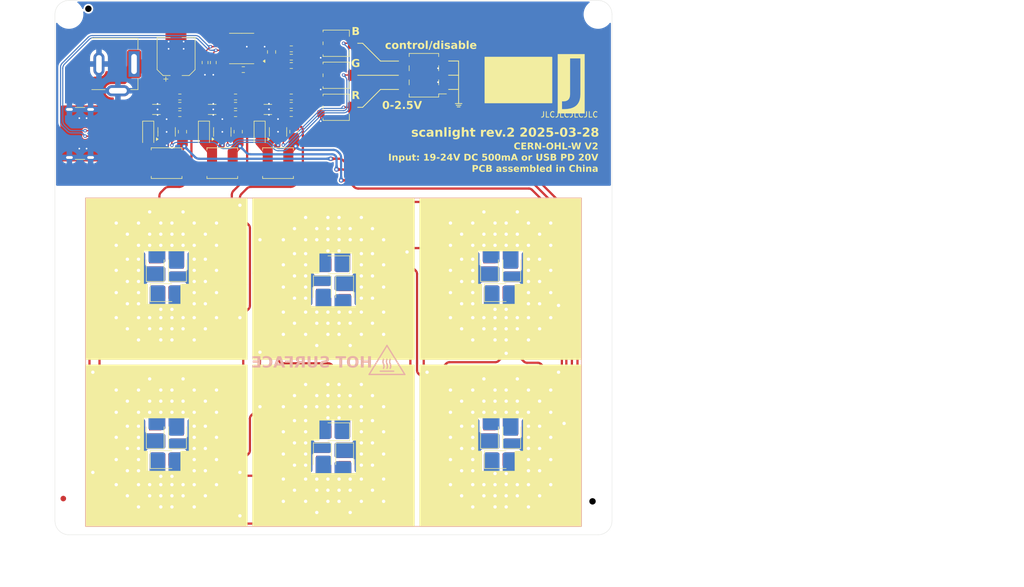
<source format=kicad_pcb>
(kicad_pcb (version 20241229) (generator "pcbnew") (generator_version "9.0")
  (layers (0 "F.Cu" signal) (2 "B.Cu" signal) (13 "F.Paste" user) (15 "B.Paste" user) (5 "F.SilkS" user "F.Silkscreen") (7 "B.SilkS" user "B.Silkscreen") (1 "F.Mask" user) (3 "B.Mask" user) (25 "Edge.Cuts" user))
  (net 0 "")
  (net 1 "+20V")
  (net 2 "GND")
  (net 3 "Net-(D1-A)")
  (net 4 "Net-(D6-K)")
  (net 5 "Net-(D9-A)")
  (net 6 "Net-(D14-K)")
  (net 7 "Net-(D16-A)")
  (net 8 "Net-(D1-K)")
  (net 9 "Net-(D2-K)")
  (net 10 "Net-(D3-K)")
  (net 11 "Net-(D4-K)")
  (net 12 "Net-(D5-K)")
  (net 13 "Net-(D7-A)")
  (net 14 "Net-(D8-A)")
  (net 15 "Net-(D10-A)")
  (net 16 "Net-(D10-K)")
  (net 17 "Net-(D11-K)")
  (net 18 "Net-(D12-K)")
  (net 19 "Net-(D13-K)")
  (net 20 "Net-(D15-A)")
  (net 21 "Net-(D16-K)")
  (net 22 "Net-(R2-Pad2)")
  (net 23 "Net-(R3-Pad2)")
  (net 24 "Net-(R5-Pad2)")
  (net 25 "Net-(U2-SEL)")
  (net 26 "/B")
  (net 27 "/G")
  (net 28 "/R")
  (net 39 "Net-(D20-K)")
  (net 40 "Net-(D19-K)")
  (net 41 "Net-(D18-K)")
  (net 42 "Net-(D17-K)")
  (net 43 "Net-(D21-K)")
  (net 44 "Net-(J201-CC1)")
  (net 45 "Net-(J201-CC2)")
  (footprint "Resistor_SMD:R_0603_1608Metric" (layer "F.Cu") (at 114.41875 72.350002)
    (property "Reference" "R103" (hide yes))
    (property "Value" "2.2")
  )
  (footprint "Package_TO_SOT_SMD:TSOT-23-5" (layer "F.Cu") (at 122.04375 75.625 90)
    (property "Reference" "U4" (hide yes))
    (property "Value" "AL8860WT")
  )
  (footprint "Resistor_SMD:R_0603_1608Metric" (layer "F.Cu") (at 124.425 62.2)
    (property "Reference" "R3" (hide yes))
    (property "Value" "649k")
  )
  (footprint "Capacitor_SMD:C_1206_3216Metric" (layer "F.Cu") (at 120.21875 71.5875)
    (property "Reference" "C6" (hide yes))
    (property "Value" "4.7u")
  )
  (footprint "LED_SMD:LED_PLCC_2835_Handsoldering" (layer "F.Cu") (at 132.400002 129.5 180)
    (property "Reference" "D11" (hide yes))
    (property "Value" "green")
  )
  (footprint "Resistor_SMD:R_0603_1608Metric" (layer "F.Cu") (at 124.41875 70.85)
    (property "Reference" "R11" (hide yes))
    (property "Value" "2.2")
  )
  (footprint "Custom:MountingHole_2.2mm_M2_Mask_5mm" (layer "F.Cu") (at 179.5 88.5)
    (property "Reference" "H4" (hide yes))
    (property "Value" "MountingHole")
  )
  (footprint "Resistor_SMD:R_0603_1608Metric" (layer "F.Cu") (at 114.418749 70.850002)
    (property "Reference" "R12" (hide yes))
    (property "Value" "2.2")
  )
  (footprint "Capacitor_SMD:C_0805_2012Metric" (layer "F.Cu") (at 120.887499 61.262499 -90)
    (property "Reference" "C4" (hide yes))
    (property "Value" "1u")
  )
  (footprint "Diode_SMD:D_SOD-123F" (layer "F.Cu") (at 98.74375 75.9 -90)
    (property "Reference" "D7" (hide yes))
    (property "Value" "DSK24")
  )
  (footprint "Fiducial:Fiducial_1mm_Mask2mm" (layer "F.Cu") (at 83.5 141.5)
    (property "Reference" "FID105" (hide yes))
    (property "Value" "~")
  )
  (footprint "Capacitor_SMD:C_0805_2012Metric" (layer "F.Cu") (at 124.89375 75.5875 -90)
    (property "Reference" "C7" (hide yes))
    (property "Value" "1u")
  )
  (footprint "Capacitor_SMD:C_0805_2012Metric" (layer "F.Cu") (at 104.89375 75.5875 -90)
    (property "Reference" "C2" (hide yes))
    (property "Value" "1u")
  )
  (footprint "Connector_PinHeader_2.54mm:PinHeader_2x03_P2.54mm_Vertical_SMD" (layer "F.Cu") (at 148.2375 65.45 180)
    (property "Reference" "J101" (hide yes))
    (property "Value" "Conn_02x03_Odd_Even")
  )
  (footprint "LED_SMD:LED_PLCC_2835_Handsoldering" (layer "F.Cu") (at 161.6 134.5)
    (property "Reference" "D14" (hide yes))
    (property "Value" "green")
  )
  (footprint "Resistor_SMD:R_0603_1608Metric" (layer "F.Cu") (at 104.41875 70.85)
    (property "Reference" "R10" (hide yes))
    (property "Value" "2.2")
  )
  (footprint "Custom:MountingHole_2.2mm_M2_Mask_5mm" (layer "F.Cu") (at 84.5 88.5)
    (property "Reference" "H3" (hide yes))
    (property "Value" "MountingHole")
  )
  (footprint "Capacitor_SMD:C_1206_3216Metric" (layer "F.Cu") (at 100.21875 71.5875)
    (property "Reference" "C1" (hide yes))
    (property "Value" "4.7u")
  )
  (footprint "Custom:MountingHole_2.2mm_M2_Mask_5mm" (layer "F.Cu") (at 84.5 54.5)
    (property "Reference" "H5" (hide yes))
    (property "Value" "MountingHole")
  )
  (footprint "LED_SMD:LED_PLCC_2835_Handsoldering" (layer "F.Cu") (at 100 100 90)
    (property "Reference" "D1" (hide yes))
    (property "Value" "deep blue")
  )
  (footprint "Diode_SMD:D_SOD-123F" (layer "F.Cu") (at 118.74375 75.9 -90)
    (property "Reference" "D15" (hide yes))
    (property "Value" "DSK24")
  )
  (footprint "Diode_SMD:D_SOD-123F" (layer "F.Cu") (at 108.74375 75.9 -90)
    (property "Reference" "D8" (hide yes))
    (property "Value" "DSK24")
  )
  (footprint "LED_SMD:LED_PLCC_2835_Handsoldering" (layer "F.Cu") (at 161.6 104.5)
    (property "Reference" "D13" (hide yes))
    (property "Value" "green")
  )
  (footprint "Resistor_SMD:R_0603_1608Metric" (layer "F.Cu") (at 104.41875 69.35)
    (property "Reference" "R1" (hide yes))
    (property "Value" "2.2")
  )
  (footprint "Custom:JLC_tooling_hole" (layer "F.Cu") (at 178.5 142)
    (property "Reference" "H104" (hide yes))
    (property "Value" "ToolingHole" (hide yes))
  )
  (footprint "Package_SO:TSSOP-16_4.4x5mm_P0.65mm" (layer "F.Cu") (at 115.512499 60.6375 180)
    (property "Reference" "U2" (hide yes))
    (property "Value" "IP2721")
  )
  (footprint "LED_SMD:LED_PLCC_2835_Handsoldering" (layer "F.Cu") (at 132.400001 99.499999 180)
    (property "Reference" "D12" (hide yes))
    (property "Value" "green")
  )
  (footprint "Custom:MountingHole_2.2mm_M2_Mask_5mm" (layer "F.Cu") (at 84.5 145.5)
    (property "Reference" "H1" (hide yes))
    (property "Value" "MountingHole")
  )
  (footprint "Resistor_SMD:R_0603_1608Metric" (layer "F.Cu") (at 114.41875 69.35)
    (property "Reference" "R4" (hide yes))
    (property "Value" "2.2")
  )
  (footprint "Resistor_SMD:R_0603_1608Metric" (layer "F.Cu") (at 124.425 63.7)
    (property "Reference" "R5" (hide yes))
    (property "Value" "649k")
  )
  (footprint "LED_SMD:LED_PLCC_2835_Handsoldering" (layer "F.Cu") (at 133.999999 103.999999 -90)
    (property "Reference" "D4" (hide yes))
    (property "Value" "deep blue")
  )
  (footprint "Custom:JLC_tooling_hole" (layer "F.Cu") (at 88 53.5)
    (property "Reference" "H102" (hide yes))
    (property "Value" "ToolingHole" (hide yes))
  )
  (footprint "Custom:LED_PLCC_2835_Handsoldering_Reversed_Red" (layer "F.Cu") (at 164 100 90)
    (property "Reference" "D20" (hide yes))
    (property "Value" "deep red")
  )
  (footprint "LED_SMD:LED_PLCC_2835_Handsoldering" (layer "F.Cu") (at 160 100 90)
    (property "Reference" "D5" (hide yes))
    (property "Value" "deep blue")
  )
  (footprint "LED_SMD:LED_PLCC_2835_Handsoldering" (layer "F.Cu") (at 160 130 90)
    (property "Reference" "D6" (hide yes))
    (property "Value" "deep blue")
  )
  (footprint "Custom:LED_PLCC_2835_Handsoldering_Reversed_Red" (layer "F.Cu") (at 104 130 90)
    (property "Reference" "D17" (hide yes))
    (property "Value" "deep red")
  )
  (footprint "Custom:LED_PLCC_2835_Handsoldering_Reversed_Red" (layer "F.Cu") (at 104 100 90)
    (property "Reference" "D16" (hide yes))
    (property "Value" "deep red")
  )
  (footprint "Capacitor_SMD:C_0805_2012Metric" (layer "F.Cu") (at 114.89375 75.5875 -90)
    (property "Reference" "C5" (hide yes))
    (property "Value" "1u")
  )
  (footprint "Resistor_SMD:R_0603_1608Metric" (layer "F.Cu") (at 104.41875 72.35)
    (property "Reference" "R101" (hide yes))
    (property "Value" "2.2")
  )
  (footprint "LED_SMD:LED_PLCC_2835_Handsoldering" (layer "F.Cu") (at 101.6 104.5)
    (property "Reference" "D9" (hide yes))
    (property "Value" "green")
  )
  (footprint "Resistor_SMD:R_0603_1608Metric" (layer "F.Cu") (at 115.8125 64.437498 180)
    (property "Reference" "R6" (hide yes))
    (property "Value" "100k")
  )
  (footprint "LED_SMD:LED_PLCC_2835_Handsoldering" (layer "F.Cu") (at 101.6 134.5)
    (property "Reference" "D10" (hide yes))
    (property "Value" "green")
  )
  (footprint "Inductor_SMD:L_Changjiang_FNR5040S" (layer "F.Cu") (at 102.04375 81.2375 180)
    (property "Reference" "L1" (hide yes))
    (property "Value" "100u")
  )
  (footprint "Package_TO_SOT_SMD:TSOT-23-5" (layer "F.Cu") (at 102.04375 75.625 90)
    (property "Reference" "U1" (hide yes))
    (property "Value" "AL8860WT")
  )
  (footprint "Capacitor_SMD:C_1206_3216Metric" (layer "F.Cu") (at 110.21875 71.5875)
    (property "Reference" "C3" (hide yes))
    (property "Value" "4.7u")
  )
  (footprint "Inductor_SMD:L_Changjiang_FNR5040S" (layer "F.Cu") (at 122.04375 81.2375 180)
    (property "Reference" "L3" (hide yes))
    (property "Value" "100u")
  )
  (footprint "Custom:LED_PLCC_2835_Handsoldering_Reversed_Red" (layer "F.Cu") (at 130.000002 134 -90)
    (property "Reference" "D18" (hide yes))
    (property "Value" "deep red")
  )
  (footprint "Potentiometer_SMD:Potentiometer_Bourns_3314G_Vertical" (layer "F.Cu") (at 132.4875 59.7 90)
    (property "Reference" "RV1" (hide yes))
    (property "Value" "100k")
  )
  (footprint "Potentiometer_SMD:Potentiometer_Bourns_3314G_Vertical" (layer "F.Cu") (at 132.4875 65.45 90)
    (property "Reference" "RV2" (hide yes))
    (property "Value" "100k")
  )
  (footprint "Custom:LED_PLCC_2835_Handsoldering_Reversed_Red" (layer "F.Cu") (at 164 130 90)
    (property "Reference" "D21" (hide yes))
    (property "Value" "deep red")
  )
  (footprint "Custom:BarrelJack_GCT_DCJ200-10-A_Horizontal" (layer "F.Cu") (at 96.2 63.425001 -90)
    (property "Reference" "J3" (hide yes))
    (property "Value" "PJ-002B")
  )
  (footprint "Fiducial:Fiducial_1mm_Mask2mm" (layer "F.Cu") (at 88 56.5)
    (property "Reference" "FID103" (hide yes))
    (property "Value" "~")
  )
  (footprint "Fiducial:Fiducial_1mm_Mask2mm" (layer "F.Cu") (at 180.5 58.5)
    (property "Reference" "FID101" (hide yes))
    (property "Value" "~")
  )
  (footprint "Package_TO_SOT_SMD:TSOT-23-5" (layer "F.Cu") (at 112.04375 75.625 90)
    (property "Reference" "U3" (hide yes))
    (property "Value" "AL8860WT")
  )
  (footprint "Resistor_SMD:R_0603_1608Metric" (layer "F.Cu") (at 110.425 63.1625 -90)
    (property "Reference" "R7" (hide yes))
    (property "Value" "5.1k")
  )
  (footprint "Resistor_SMD:R_0603_1608Metric" (layer "F.Cu") (at 124.41875 72.339998)
    (property "Reference" "R102" (hide yes))
    (property "Value" "2.2")
  )
  (footprint "Resistor_SMD:R_0603_1608Metric" (layer "F.Cu") (at 124.41875 69.35)
    (property "Reference" "R9" (hide yes))
    (property "Value" "2.2")
  )
  (footprint "Resistor_SMD:R_0603_1608Metric" (layer "F.Cu") (at 124.425 60.7)
    (property "Reference" "R2" (hide yes))
    (property "Value" "649k")
  )
  (footprint "Potentiometer_SMD:Potentiometer_Bourns_3314G_Vertical" (layer "F.Cu") (at 132.4875 71.2 90)
    (property "Reference" "RV3" (hide yes))
    (property "Value" "100k")
  )
  (footprint "Custom:MountingHole_2.2mm_M2_Mask_5mm" (layer "F.Cu") (at 179.5 145.5)
    (property "Reference" "H2" (hide yes))
    (property "Value" "MountingHole")
  )
  (footprint "LED_SMD:LED_PLCC_2835_Handsoldering" (layer "F.Cu") (at 100 130 90)
    (property "Reference" "D2" (hide yes))
    (property "Value" "deep blue")
  )
  (footprint "Custom:USB_C_Receptacle_6PIN_generic" (layer "F.Cu") (at 85.4 75.9 -90)
    (property "Reference" "J201" (hide yes))
    (property "Value" "USB_C_Receptacle_PowerOnly_6P")
  )
  (footprint "LED_SMD:LED_PLCC_2835_Handsoldering" (layer "F.Cu") (at 134 134 -90)
    (property "Reference" "D3" (hide yes))
    (property "Value" "deep blue")
  )
  (footprint "Capacitor_SMD:CP_Elec_6.3x5.8" (layer "F.Cu") (at 103.75 62.0875 90)
    (property "Reference" "C201" (hide yes))
    (property "Value" "47uF 35V")
  )
  (footprint "Custom:MountingHole_2.2mm_M2_Mask_5mm" (layer "F.Cu") (at 179.5 54.5)
    (property "Reference" "H6" (hide yes))
    (property "Value" "MountingHole")
  )
  (footprint "Resistor_SMD:R_0603_1608Metric" (layer "F.Cu") (at 108.95 63.1625 -90)
    (property "Reference" "R8" (hide yes))
    (property "Value" "5.1k")
  )
  (footprint "Custom:LED_PLCC_2835_Handsoldering_Reversed_Red" (layer "F.Cu") (at 130.000001 103.999999 -90)
    (property "Reference" "D19" (hide yes))
    (property "Value" "deep red")
  )
  (footprint "Inductor_SMD:L_Changjiang_FNR5040S" (layer "F.Cu") (at 112.04375 81.2375 180)
    (property "Reference" "L2" (hide yes))
    (property "Value" "100u")
  )
  (footprint "Custom:hot-surface_1x" (layer "B.Cu") (at 141.6 117.8 180)
    (property "Reference" "SYM101" (hide yes))
    (property "Value" "SYM_Hot_Large" (hide yes))
  )
  (gr_poly (pts (xy 87.5 133) (xy 97.9 133) (xy 97.9 127) (xy 106.1 127) (xy 106.1 133) (xy 116.5 133) (xy 116.5 117.5) (xy 87.5 117.5)) (stroke (width 0.15)) (fill yes) (layer "F.SilkS"))
  (gr_line (start 143.6875 68) (end 140.4375 68) (stroke (width 0.15)) (layer "F.SilkS"))
  (gr_line (start 152.6625 65.44) (end 154.4625 65.44) (stroke (width 0.15)) (layer "F.SilkS"))
  (gr_poly (pts (xy 87.5 116.5) (xy 116.5 116.5) (xy 116.5 103) (xy 104.6 103) (xy 104.6 106.6) (xy 98.6 106.6) (xy 98.6 103) (xy 87.5 103)) (stroke (width 0.15)) (fill yes) (layer "F.SilkS"))
  (gr_poly (pts (xy 146.5 101) (xy 136.1 101) (xy 136.1 107) (xy 127.9 107) (xy 127.9 101) (xy 117.5 101) (xy 117.5 116.5) (xy 146.5 116.5)) (stroke (width 0.15)) (fill yes) (layer "F.SilkS"))
  (gr_poly (pts (xy 146.5 131) (xy 136.1 131) (xy 136.1 137) (xy 127.9 137) (xy 127.9 131) (xy 117.5 131) (xy 117.5 146.5) (xy 146.5 146.5)) (stroke (width 0.15)) (fill yes) (layer "F.SilkS"))
  (gr_poly (pts (xy 147.5 133) (xy 157.9 133) (xy 157.9 127) (xy 166.1 127) (xy 166.1 133) (xy 176.5 133) (xy 176.5 117.5) (xy 147.5 117.5)) (stroke (width 0.15)) (fill yes) (layer "F.SilkS"))
  (gr_line (start 140.4375 62.9) (end 137.2375 59.7) (stroke (width 0.15)) (layer "F.SilkS"))
  (gr_poly (pts (xy 146.5 117.5) (xy 117.5 117.5) (xy 117.5 131) (xy 129.399999 131) (xy 129.4 127.4) (xy 135.400001 127.4) (xy 135.4 131) (xy 146.5 131)) (stroke (width 0.15)) (fill yes) (layer "F.SilkS"))
  (gr_poly (pts (xy 146.5 87.5) (xy 117.5 87.5) (xy 117.5 101) (xy 129.4 101) (xy 129.399999 97.4) (xy 135.4 97.4) (xy 135.400001 101) (xy 146.5 101)) (stroke (width 0.15)) (fill yes) (layer "F.SilkS"))
  (gr_line (start 136.3375 71.2) (end 137.2375 71.2) (stroke (width 0.15)) (layer "F.SilkS"))
  (gr_poly (pts (xy 147.5 103) (xy 157.9 103) (xy 157.9 97) (xy 166.1 97) (xy 166.1 103) (xy 176.5 103) (xy 176.5 87.5) (xy 147.5 87.5)) (stroke (width 0.15)) (fill yes) (layer "F.SilkS"))
  (gr_poly (pts (xy 87.5 146.5) (xy 116.5 146.5) (xy 116.5 133) (xy 104.6 133) (xy 104.6 136.6) (xy 98.6 136.6) (xy 98.6 133) (xy 87.5 133)) (stroke (width 0.15)) (fill yes) (layer "F.SilkS"))
  (gr_line (start 143.6625 65.45) (end 136.3375 65.45) (stroke (width 0.15)) (layer "F.SilkS"))
  (gr_poly (pts (xy 87.5 103) (xy 97.9 103) (xy 97.9 97) (xy 106.1 97) (xy 106.1 103) (xy 116.5 103) (xy 116.5 87.5) (xy 87.5 87.5)) (stroke (width 0.15)) (fill yes) (layer "F.SilkS"))
  (gr_line (start 143.6875 62.9) (end 140.4375 62.9) (stroke (width 0.15)) (layer "F.SilkS"))
  (gr_line (start 154.2125 71.14) (end 154.7125 71.14) (stroke (width 0.15)) (layer "F.SilkS"))
  (gr_line (start 154.0375 70.84) (end 154.8875 70.84) (stroke (width 0.15)) (layer "F.SilkS"))
  (gr_line (start 140.4375 68) (end 137.2375 71.2) (stroke (width 0.15)) (layer "F.SilkS"))
  (gr_poly (pts (xy 147.5 146.5) (xy 176.5 146.5) (xy 176.5 133) (xy 164.6 133) (xy 164.6 136.6) (xy 158.6 136.6) (xy 158.6 133) (xy 147.5 133)) (stroke (width 0.15)) (fill yes) (layer "F.SilkS"))
  (gr_line (start 136.3375 59.7) (end 137.2375 59.7) (stroke (width 0.15)) (layer "F.SilkS"))
  (gr_poly (pts (xy 147.5 116.5) (xy 176.5 116.5) (xy 176.5 103) (xy 164.6 103) (xy 164.6 106.6) (xy 158.6 106.6) (xy 158.6 103) (xy 147.5 103)) (stroke (width 0.15)) (fill yes) (layer "F.SilkS"))
  (gr_rect (start 159.2 62.2) (end 171.2 70.4) (stroke (width 0.15)) (fill yes) (layer "F.SilkS"))
  (gr_line (start 154.4625 62.89) (end 154.4625 70.54) (stroke (width 0.15)) (layer "F.SilkS"))
  (gr_line (start 153.8625 70.54) (end 155.0625 70.54) (stroke (width 0.15)) (layer "F.SilkS"))
  (gr_line (start 152.6625 62.89) (end 154.4625 62.89) (stroke (width 0.15)) (layer "F.SilkS"))
  (gr_line (start 152.6625 67.99) (end 154.4625 67.99) (stroke (width 0.15)) (layer "F.SilkS"))
  (gr_rect (start 87.5 87.5) (end 176.5 146.5) (stroke (width 0.15)) (fill no) (layer "B.SilkS"))
  (gr_line (start 84.5 52) (end 179.5 52) (stroke (width 0.05)) (layer "Edge.Cuts"))
  (gr_arc (start 179.5 52) (mid 181.267767 52.732233) (end 182 54.5) (stroke (width 0.05)) (layer "Edge.Cuts"))
  (gr_arc (start 82 54.5) (mid 82.732233 52.732233) (end 84.5 52) (stroke (width 0.05)) (layer "Edge.Cuts"))
  (gr_arc (start 84.5 148) (mid 82.732233 147.267767) (end 82 145.5) (stroke (width 0.05)) (layer "Edge.Cuts"))
  (gr_line (start 82 145.5) (end 82 54.5) (stroke (width 0.05)) (layer "Edge.Cuts"))
  (gr_line (start 179.5 148) (end 84.5 148) (stroke (width 0.05)) (layer "Edge.Cuts"))
  (gr_line (start 182 54.5) (end 182 145.5) (stroke (width 0.05)) (layer "Edge.Cuts"))
  (gr_arc (start 182 145.5) (mid 181.267767 147.267767) (end 179.5 148) (stroke (width 0.05)) (layer "Edge.Cuts"))
  (gr_text "JLCJLCJLCJLC" (at 169.1 73.1 0) (layer "F.SilkS") (effects (font (size 1 1)) (justify left bottom)))
  (gr_text "G" (at 135.9875 64.2 0) (layer "F.SilkS") (effects (font (size 1.4 1.4) (thickness 0.35) (bold yes)) (justify bottom)))
  (gr_text "B" (at 135.9875 58.45 0) (layer "F.SilkS") (effects (font (size 1.4 1.4) (thickness 0.35) (bold yes)) (justify bottom)))
  (gr_text "R" (at 135.9875 69.95 0) (layer "F.SilkS") (effects (font (size 1.4 1.4) (thickness 0.35) (bold yes)) (justify bottom)))
  (gr_text "control/disable" (at 149.5 60.95 0) (layer "F.SilkS") (effects (font (size 1.4 1.4) (thickness 0.35) (bold yes)) (justify bottom)))
  (gr_text "J" (at 175.4 70.75 0) (layer "F.SilkS" knockout) (effects (font (size 7 7) (thickness 0.4) (bold yes) (italic yes)) (justify bottom)))
  (gr_text "CERN-OHL-W V2\nInput: 19-24V DC 500mA or USB PD 20V\nPCB assembled in China" (at 179.55 83 0) (layer "F.SilkS") (effects (font (size 1.2 1.2) (thickness 0.3) (bold yes)) (justify right bottom)))
  (gr_text "0-2.5V" (at 144.3125 71.74 0) (layer "F.SilkS") (effects (font (size 1.4 1.4) (thickness 0.3) (bold yes)) (justify bottom)))
  (gr_text "scanlight rev.2 2025-03-28" (at 179.7 76.75 0) (layer "F.SilkS") (effects (font (size 1.6 1.6) (thickness 0.4) (bold yes)) (justify right bottom)))
  (gr_text "HOT SURFACE" (at 128.1 118.3 0) (layer "B.SilkS") (effects (font (size 2 2) (thickness 0.4) (bold yes)) (justify bottom mirror)))
  (segment (start 120.881251 62.218747) (end 120.893748 62.206249) (width 0.2) (layer "F.Cu") (net 1))
  (segment (start 113.462867 62.9125) (end 112.65 62.9125) (width 0.2) (layer "F.Cu") (net 1))
  (segment (start 115.261706 65.3625) (end 114.913908 65.3625) (width 0.2) (layer "F.Cu") (net 1))
  (segment (start 120.802141 62.2625) (end 118.843628 62.2625) (width 0.2) (layer "F.Cu") (net 1))
  (segment (start 120.908834 62.2) (end 123.6 62.2) (width 0.2) (layer "F.Cu") (net 1))
  (segment (start 120.893749 68.743749) (end 120.9 68.75) (width 0.4) (layer "F.Cu") (net 1))
  (segment (start 117.906372 62.2625) (end 117.72578 62.2625) (width 0.2) (layer "F.Cu") (net 1))
  (segment (start 113.975 64.423591) (end 113.975 63.424632) (width 0.2) (layer "F.Cu") (net 1))
  (segment (start 116.6375 64.437498) (end 116.031256 65.043741) (width 0.2) (layer "F.Cu") (net 1))
  (segment (start 116.6375 64.437498) (end 116.6375 63.35078) (width 0.2) (layer "F.Cu") (net 1))
  (segment (start 120.862499 62.237499) (end 120.881251 62.218747) (width 0.2) (layer "F.Cu") (net 1))
  (segment (start 120.887499 68.728659) (end 120.887499 62.221335) (width 0.4) (layer "F.Cu") (net 1))
  (segment (start 123.6 62.2) (end 123.6 63.7) (width 0.2) (layer "F.Cu") (net 1))
  (segment (start 118.843628 62.2625) (end 117.906372 62.2625) (width 0.2) (layer "F.Cu") (net 1))
  (segment (start 123.6 62.2) (end 123.6 60.7) (width 0.2) (layer "F.Cu") (net 1))
  (arc (start 116.031256 65.043741) (mid 115.678183 65.279657) (end 115.261706 65.3625) (width 0.2) (layer "F.Cu") (net 1))
  (arc (start 113.825 63.0625) (mid 113.658852 62.951483) (end 113.462867 62.9125) (width 0.2) (layer "F.Cu") (net 1))
  (arc (start 114.25 65.0875) (mid 114.554603 65.291029) (end 114.913908 65.3625) (width 0.2) (layer "F.Cu") (net 1))
  (arc (start 120.887499 68.728659) (mid 120.889123 68.736825) (end 120.893749 68.743749) (width 0.4) (layer "F.Cu") (net 1))
  (arc (start 120.862499 62.237499) (mid 120.834806 62.256002) (end 120.802141 62.2625) (width 0.2) (layer "F.Cu") (net 1))
  (arc (start 113.825 63.0625) (mid 113.936016 63.228647) (end 113.975 63.424632) (width 0.2) (layer "F.Cu") (net 1))
  (arc (start 120.908834 62.2) (mid 120.900669 62.201624) (end 120.893748 62.206249) (width 0.2) (layer "F.Cu") (net 1))
  (arc (start 113.975 64.423591) (mid 114.04647 64.782896) (end 114.25 65.0875) (width 0.2) (layer "F.Cu") (net 1))
  (arc (start 117.72578 62.2625) (mid 117.309313 62.34534) (end 116.95625 62.58125) (width 0.2) (layer "F.Cu") (net 1))
  (arc (start 116.95625 62.58125) (mid 116.72034 62.934313) (end 116.6375 63.35078) (width 0.2) (layer "F.Cu") (net 1))
  (arc (start 120.893748 62.206249) (mid 120.889123 62.21317) (end 120.887499 62.221335) (width 0.2) (layer "F.Cu") (net 1))
  (arc (start 120.887499 62.221335) (mid 120.885239 62.217953) (end 120.881251 62.218747) (width 0.4) (layer "F.Cu") (net 1))
  (segment (start 129.7 66.664016) (end 129.7 68) (width 0.2) (layer "F.Cu") (net 2))
  (segment (start 129.71875 60.86875) (end 129.7375 60.85) (width 0.2) (layer "F.Cu") (net 2))
  (segment (start 119.64 60.3125) (end 118.375 60.3125) (width 0.2) (layer "F.Cu") (net 2))
  (segment (start 150.762501 64.19) (end 150.7625 62.91) (width 0.2) (layer "F.Cu") (net 2))
  (segment (start 150.762501 65.45) (end 150.762501 64.19) (width 0.2) (layer "F.Cu") (net 2))
  (segment (start 129.71875 66.61875) (end 129.7375 66.6) (width 0.2) (layer "F.Cu") (net 2))
  (segment (start 108.925 65.3625) (end 108.925 64.030177) (width 0.2) (layer "F.Cu") (net 2))
  (segment (start 129.7 60.914016) (end 129.7 62.3) (width 0.2) (layer "F.Cu") (net 2))
  (segment (start 116.4375 60.312499) (end 118.375 60.312499) (width 0.2) (layer "F.Cu") (net 2))
  (segment (start 119.64 60.3125) (end 120.8875 60.3125) (width 0.2) (layer "F.Cu") (net 2))
  (segment (start 108.9375 64) (end 108.95 63.9875) (width 0.2) (layer "F.Cu") (net 2))
  (segment (start 110.425 65.3625) (end 110.425 63.9875) (width 0.2) (layer "F.Cu") (net 2))
  (segment (start 150.7625 66.69) (end 150.7625 67.99) (width 0.2) (layer "F.Cu") (net 2))
  (segment (start 129.7 72.414016) (end 129.7 73.7) (width 0.2) (layer "F.Cu") (net 2))
  (segment (start 129.71875 72.36875) (end 129.7375 72.35) (width 0.2) (layer "F.Cu") (net 2))
  (segment (start 150.762501 65.45) (end 150.7625 66.69) (width 0.2) (layer "F.Cu") (net 2))
  (via (at 119.64 60.3125) (size 0.6) (drill 0.3) (layers "F.Cu" "B.Cu") (net 2))
  (via (at 100.41875 70.5875) (size 0.6) (drill 0.3) (layers "F.Cu" "B.Cu") (net 2))
  (via (at 110.425 72.575) (size 0.6) (drill 0.3) (layers "F.Cu" "B.Cu") (net 2))
  (via (at 112.05 73.325) (size 0.6) (drill 0.3) (layers "F.Cu" "B.Cu") (net 2))
  (via (at 110.425 71.575) (size 0.6) (drill 0.3) (layers "F.Cu" "B.Cu") (net 2))
  (via (at 102.4 59.4) (size 0.6) (drill 0.3) (layers "F.Cu" "B.Cu") (net 2))
  (via (at 112.05 78.0125) (size 0.6) (drill 0.3) (layers "F.Cu" "B.Cu") (net 2))
  (via (at 116.4375 60.312499) (size 0.6) (drill 0.3) (layers "F.Cu" "B.Cu") (net 2))
  (via (at 112.05 75.6125) (size 0.6) (drill 0.3) (layers "F.Cu" "B.Cu") (net 2))
  (via (at 150.7625 66.69) (size 0.6) (drill 0.3) (layers "F.Cu" "B.Cu") (net 2))
  (via (at 122.04375 78) (size 0.6) (drill 0.3) (layers "F.Cu" "B.Cu") (net 2))
  (via (at 110.425 70.575) (size 0.6) (drill 0.3) (layers "F.Cu" "B.Cu") (net 2))
  (via (at 102.4 60.7) (size 0.6) (drill 0.3) (layers "F.Cu" "B.Cu") (net 2))
  (via (at 105.1 60.7) (size 0.6) (drill 0.3) (layers "F.Cu" "B.Cu") (net 2))
  (via (at 102.04375 73.3375) (size 0.6) (drill 0.3) (layers "F.Cu" "B.Cu") (net 2))
  (via (at 122.04375 75.6) (size 0.6) (drill 0.3) (layers "F.Cu" "B.Cu") (net 2))
  (via (at 102.04375 75.625) (size 0.6) (drill 0.3) (layers "F.Cu" "B.Cu") (net 2))
  (via (at 100.41875 72.5875) (size 0.6) (drill 0.3) (layers "F.Cu" "B.Cu") (net 2))
  (via (at 102.04375 78.025) (size 0.6) (drill 0.3) (layers "F.Cu" "B.Cu") (net 2))
  (via (at 87.675 73.15) (size 0.6) (drill 0.3) (layers "F.Cu" "B.Cu") (net 2))
  (via (at 105.1 59.4) (size 0.6) (drill 0.3) (layers "F.Cu" "B.Cu") (net 2))
  (via (at 129.7 73.7) (size 0.6) (drill 0.3) (layers "F.Cu" "B.Cu") (net 2))
  (via (at 129.7 62.3) (size 0.6) (drill 0.3) (layers "F.Cu" "B.Cu") (net 2))
  (via (at 86.375 78.625) (size 0.6) (drill 0.3) (layers "F.Cu" "B.Cu") (net 2))
  (via (at 108.925 65.3625) (size 0.6) (drill 0.3) (layers "F.Cu" "B.Cu") (net 2))
  (via (at 122.04375 73.3125) (size 0.6) (drill 0.3) (layers "F.Cu" "B.Cu") (net 2))
  (via (at 110.425 65.3625) (size 0.6) (drill 0.3) (layers "F.Cu" "B.Cu") (net 2))
  (via (at 86.375 73.15) (size 0.6) (drill 0.3) (layers "F.Cu" "B.Cu") (net 2))
  (via (at 129.7 68) (size 0.6) (drill 0.3) (layers "F.Cu" "B.Cu") (net 2))
  (via (at 120.41875 70.5625) (size 0.6) (drill 0.3) (layers "F.Cu" "B.Cu") (net 2))
  (via (at 100.41875 71.5875) (size 0.6) (drill 0.3) (layers "F.Cu" "B.Cu") (net 2))
  (via (at 87.675 78.625) (size 0.6) (drill 0.3) (layers "F.Cu" "B.Cu") (net 2))
  (via (at 120.41875 71.5625) (size 0.6) (drill 0.3) (layers "F.Cu" "B.Cu") (net 2))
  (via (at 120.41875 72.5625) (size 0.6) (drill 0.3) (layers "F.Cu" "B.Cu") (net 2))
  (via (at 150.762501 64.19) (size 0.6) (drill 0.3) (layers "F.Cu" "B.Cu") (net 2))
  (arc (start 129.71875 66.61875) (mid 129.704872 66.639518) (end 129.7 66.664016) (width 0.2) (layer "F.Cu") (net 2))
  (arc (start 108.9375 64) (mid 108.928248 64.013845) (end 108.925 64.030177) (width 0.2) (layer "F.Cu") (net 2))
  (arc (start 129.71875 72.36875) (mid 129.704872 72.389518) (end 129.7 72.414016) (width 0.2) (layer "F.Cu") (net 2))
  (arc (start 129.71875 60.86875) (mid 129.704872 60.889518) (end 129.7 60.914016) (width 0.2) (layer "F.Cu") (net 2))
  (segment (start 106.5 83.299208) (end 106.5 75.256326) (width 0.4) (layer "F.Cu") (net 3))
  (segment (start 104.299208 85.5) (end 102.450791 85.5) (width 0.4) (layer "F.Cu") (net 3))
  (segment (start 106.181241 84.068757) (end 105.068758 85.181241) (width 0.4) (layer "F.Cu") (net 3))
  (segment (start 105.881173 74.6375) (end 104.89375 74.6375) (width 0.4) (layer "F.Cu") (net 3))
  (segment (start 101.068757 86.431241) (end 101.681241 85.818758) (width 0.4) (layer "F.Cu") (net 3))
  (segment (start 100.75 87.200791) (end 100.75 88.25) (width 0.4) (layer "F.Cu") (net 3))
  (via (at 101 96) (size 1.2) (drill 0.6) (layers "F.Cu" "B.Cu") (net 3))
  (via (at 93 96) (size 1.2) (drill 0.6) (layers "F.Cu" "B.Cu") (net 3))
  (via (at 97 92) (size 1.2) (drill 0.6) (layers "F.Cu" "B.Cu") (net 3))
  (via (at 99 90) (size 1.2) (drill 0.6) (layers "F.Cu" "B.Cu") (net 3))
  (via (at 101 92) (size 1.2) (drill 0.6) (layers "F.Cu" "B.Cu") (net 3))
  (via (at 101 94) (size 1.2) (drill 0.6) (layers "F.Cu" "B.Cu") (net 3))
  (via (at 97 96) (size 1.2) (drill 0.6) (layers "F.Cu" "B.Cu") (net 3))
  (via (at 99 96) (size 1.2) (drill 0.6) (layers "F.Cu" "B.Cu") (net 3))
  (via (at 93 92) (size 1.2) (drill 0.6) (layers "F.Cu" "B.Cu") (net 3))
  (via (at 95 94) (size 1.2) (drill 0.6) (layers "F.Cu" "B.Cu") (net 3))
  (via (at 99 94) (size 1.2) (drill 0.6) (layers "F.Cu" "B.Cu") (net 3))
  (arc (start 106.5 83.299208) (mid 106.417157 83.715685) (end 106.181241 84.068757) (width 0.4) (layer "F.Cu") (net 3))
  (arc (start 106.31875 74.81875) (mid 106.452894 75.019511) (end 106.5 75.256326) (width 0.4) (layer "F.Cu") (net 3))
  (arc (start 101.068757 86.431241) (mid 100.832842 86.784313) (end 100.75 87.200791) (width 0.4) (layer "F.Cu") (net 3))
  (arc (start 105.068758 85.181241) (mid 104.715685 85.417157) (end 104.299208 85.5) (width 0.4) (layer "F.Cu") (net 3))
  (arc (start 106.31875 74.81875) (mid 106.117988 74.684605) (end 105.881173 74.6375) (width 0.4) (layer "F.Cu") (net 3))
  (arc (start 102.450791 85.5) (mid 102.034313 85.582842) (end 101.681241 85.818758) (width 0.4) (layer "F.Cu") (net 3))
  (segment (start 167.861907 83.8) (end 137.250791 83.8) (width 0.4) (layer "F.Cu") (net 4))
  (segment (start 148.439067 145.439067) (end 148.560932 145.560932) (width 0.4) (layer "F.Cu") (net 4))
  (segment (start 133.768758 80.768758) (end 136.481241 83.481241) (width 0.4) (layer "F.Cu") (net 4))
  (segment (start 175.8 91.738092) (end 175.8 144.661907) (width 0.4) (layer "F.Cu") (net 4))
  (segment (start 149.138092 145.8) (end 174.661907 145.8) (width 0.4) (layer "F.Cu") (net 4))
  (segment (start 148.439067 137.160932) (end 148.8 136.8) (width 0.4) (layer "F.Cu") (net 4))
  (segment (start 132.999208 80.45) (end 131.5 80.45) (width 0.4) (layer "F.Cu") (net 4))
  (segment (start 168.439067 84.039067) (end 175.560932 91.160932) (width 0.4) (layer "F.Cu") (net 4))
  (segment (start 175.560932 145.239067) (end 175.239067 145.560931) (width 0.4) (layer "F.Cu") (net 4))
  (segment (start 148.2 144.861907) (end 148.2 137.738092) (width 0.4) (layer "F.Cu") (net 4))
  (via (at 105.2 78.2) (size 0.8) (drill 0.4) (layers "F.Cu" "B.Cu") (net 4))
  (via (at 157 130.5) (size 1.2) (drill 0.6) (layers "F.Cu" "B.Cu") (net 4))
  (via (at 157 136.5) (size 1.2) (drill 0.6) (layers "F.Cu" "B.Cu") (net 4))
  (via (at 157 132.5) (size 1.2) (drill 0.6) (layers "F.Cu" "B.Cu") (net 4))
  (via (at 155 136.5) (size 1.2) (drill 0.6) (layers "F.Cu" "B.Cu") (net 4))
  (via (at 155 128.5) (size 1.2) (drill 0.6) (layers "F.Cu" "B.Cu") (net 4))
  (via (at 157 134.5) (size 1.2) (drill 0.6) (layers "F.Cu" "B.Cu") (net 4))
  (via (at 153 130.5) (size 1.2) (drill 0.6) (layers "F.Cu" "B.Cu") (net 4))
  (via (at 131.5 80.45) (size 0.8) (drill 0.4) (layers "F.Cu" "B.Cu") (net 4))
  (via (at 155 132.5) (size 1.2) (drill 0.6) (layers "F.Cu" "B.Cu") (net 4))
  (via (at 153 134.5) (size 1.2) (drill 0.6) (layers "F.Cu" "B.Cu") (net 4))
  (via (at 157 128.5) (size 1.2) (drill 0.6) (layers "F.Cu" "B.Cu") (net 4))
  (arc (start 167.861907 83.8) (mid 168.174263 83.862131) (end 168.439067 84.039067) (width 0.4) (layer "F.Cu") (net 4))
  (arc (start 149.138092 145.8) (mid 148.825735 145.737868) (end 148.560932 145.560932) (width 0.4) (layer "F.Cu") (net 4))
  (arc (start 148.2 144.861907) (mid 148.262131 145.174263) (end 148.439067 145.439067) (width 0.4) (layer "F.Cu") (net 4))
  (arc (start 175.560932 145.239067) (mid 175.737868 144.974263) (end 175.8 144.661907) (width 0.4) (layer "F.Cu") (net 4))
  (arc (start 148.439067 137.160932) (mid 148.262131 137.425735) (end 148.2 137.738092) (width 0.4) (layer "F.Cu") (net 4))
  (arc (start 133.768758 80.768758) (mid 133.415685 80.532842) (end 132.999208 80.45) (width 0.4) (layer "F.Cu") (net 4))
  (arc (start 175.8 91.738092) (mid 175.737868 91.425735) (end 175.560932 91.160932) (width 0.4) (layer "F.Cu") (net 4))
  (arc (start 175.239067 145.560931) (mid 174.974263 145.737867) (end 174.661907 145.8) (width 0.4) (layer "F.Cu") (net 4))
  (arc (start 136.481241 83.481241) (mid 136.834313 83.717157) (end 137.250791 83.8) (width 0.4) (layer "F.Cu") (net 4))
  (segment (start 131.5 80.45) (end 107.900791 80.45) (width 0.4) (layer "B.Cu") (net 4))
  (segment (start 105.2 78.2) (end 107.131241 80.131241) (width 0.4) (layer "B.Cu") (net 4))
  (arc (start 107.131241 80.131241) (mid 107.484313 80.367157) (end 107.900791 80.45) (width 0.4) (layer "B.Cu") (net 4))
  (segment (start 114.068758 89.618758) (end 116.760932 92.310932) (width 0.4) (layer "F.Cu") (net 5))
  (segment (start 115.881173 74.6375) (end 114.89375 74.6375) (width 0.4) (layer "F.Cu") (net 5))
  (segment (start 116.5 75.256326) (end 116.5 83.299208) (width 0.4) (layer "F.Cu") (net 5))
  (segment (start 113.75 88.849208) (end 113.75 86.950791) (width 0.4) (layer "F.Cu") (net 5))
  (segment (start 114.068757 86.181241) (end 116.181241 84.068758) (width 0.4) (layer "F.Cu") (net 5))
  (segment (start 115.2 109) (end 116.760932 107.439067) (width 0.4) (layer "F.Cu") (net 5))
  (segment (start 117 92.888092) (end 117 106.861907) (width 0.4) (layer "F.Cu") (net 5))
  (via (at 111 109) (size 1.2) (drill 0.6) (layers "F.Cu" "B.Cu") (net 5))
  (via (at 109 111) (size 1.2) (drill 0.6) (layers "F.Cu" "B.Cu") (net 5))
  (via (at 107 113) (size 1.2) (drill 0.6) (layers "F.Cu" "B.Cu") (net 5))
  (via (at 103 113) (size 1.2) (drill 0.6) (layers "F.Cu" "B.Cu") (net 5))
  (via (at 105 111) (size 1.2) (drill 0.6) (layers "F.Cu" "B.Cu") (net 5))
  (via (at 103 109) (size 1.2) (drill 0.6) (layers "F.Cu" "B.Cu") (net 5))
  (via (at 105 109) (size 1.2) (drill 0.6) (layers "F.Cu" "B.Cu") (net 5))
  (via (at 103 111) (size 1.2) (drill 0.6) (layers "F.Cu" "B.Cu") (net 5))
  (via (at 115.2 109) (size 1.2) (drill 0.6) (layers "F.Cu" "B.Cu") (net 5))
  (via (at 103 107.5) (size 1.2) (drill 0.6) (layers "F.Cu" "B.Cu") (net 5))
  (via (at 107 109) (size 1.2) (drill 0.6) (layers "F.Cu" "B.Cu") (net 5))
  (arc (start 116.31875 74.81875) (mid 116.117988 74.684605) (end 115.881173 74.6375) (width 0.4) (layer "F.Cu") (net 5))
  (arc (start 113.75 88.849208) (mid 113.832842 89.265685) (end 114.068758 89.618758) (width 0.4) (layer "F.Cu") (net 5))
  (arc (start 117 92.888092) (mid 116.937868 92.575735) (end 116.760932 92.310932) (width 0.4) (layer "F.Cu") (net 5))
  (arc (start 116.31875 74.81875) (mid 116.452894 75.019511) (end 116.5 75.256326) (width 0.4) (layer "F.Cu") (net 5))
  (arc (start 114.068757 86.181241) (mid 113.832842 86.534313) (end 113.75 86.950791) (width 0.4) (layer "F.Cu") (net 5))
  (arc (start 116.5 83.299208) (mid 116.417157 83.715685) (end 116.181241 84.068758) (width 0.4) (layer "F.Cu") (net 5))
  (arc (start 116.760932 107.439067) (mid 116.937868 107.174263) (end 117 106.861907) (width 0.4) (layer "F.Cu") (net 5))
  (segment (start 161.360932 144.760932) (end 161 144.4) (width 0.4) (layer "F.Cu") (net 6))
  (segment (start 136.081241 84.481241) (end 134.284444 82.684444) (width 0.4) (layer "F.Cu") (net 6))
  (segment (start 174.458578 145) (end 161.938092 145) (width 0.4) (layer "F.Cu") (net 6))
  (segment (start 167.461907 84.8) (end 136.850791 84.8) (width 0.4) (layer "F.Cu") (net 6))
  (segment (start 133.514894 82.365686) (end 132.534314 82.365686) (width 0.4) (layer "F.Cu") (net 6))
  (segment (start 174.8 144.658578) (end 174.8 92.138092) (width 0.4) (layer "F.Cu") (net 6))
  (segment (start 168.039067 85.039067) (end 174.560932 91.560932) (width 0.4) (layer "F.Cu") (net 6))
  (via (at 161 141) (size 1.2) (drill 0.6) (layers "F.Cu" "B.Cu") (net 6))
  (via (at 132.534314 82.365686) (size 0.8) (drill 0.4) (layers "F.Cu" "B.Cu") (net 6))
  (via (at 161 143) (size 1.2) (drill 0.6) (layers "F.Cu" "B.Cu") (net 6))
  (via (at 161 139) (size 1.2) (drill 0.6) (layers "F.Cu" "B.Cu") (net 6))
  (via (at 153 139) (size 1.2) (drill 0.6) (layers "F.Cu" "B.Cu") (net 6))
  (via (at 157 139) (size 1.2) (drill 0.6) (layers "F.Cu" "B.Cu") (net 6))
  (via (at 115.2 78.2) (size 0.8) (drill 0.4) (layers "F.Cu" "B.Cu") (net 6))
  (via (at 159 141) (size 1.2) (drill 0.6) (layers "F.Cu" "B.Cu") (net 6))
  (via (at 157 143) (size 1.2) (drill 0.6) (layers "F.Cu" "B.Cu") (net 6))
  (via (at 159 139) (size 1.2) (drill 0.6) (layers "F.Cu" "B.Cu") (net 6))
  (via (at 161 137) (size 1.2) (drill 0.6) (layers "F.Cu" "B.Cu") (net 6))
  (via (at 155 141) (size 1.2) (drill 0.6) (layers "F.Cu" "B.Cu") (net 6))
  (arc (start 134.284444 82.684444) (mid 133.931371 82.448528) (end 133.514894 82.365686) (width 0.4) (layer "F.Cu") (net 6))
  (arc (start 174.458578 145) (mid 174.589234 144.97401) (end 174.7 144.9) (width 0.4) (layer "F.Cu") (net 6))
  (arc (start 161.360932 144.760932) (mid 161.625735 144.937868) (end 161.938092 145) (width 0.4) (layer "F.Cu") (net 6))
  (arc (start 136.081241 84.481241) (mid 136.434313 84.717157) (end 136.850791 84.8) (width 0.4) (layer "F.Cu") (net 6))
  (arc (start 174.8 144.658578) (mid 174.77401 144.789234) (end 174.7 144.9) (width 0.4) (layer "F.Cu") (net 6))
  (arc (start 167.461907 84.8) (mid 167.774263 84.862131) (end 168.039067 85.039067) (width 0.4) (layer "F.Cu") (net 6))
  (arc (start 174.8 92.138092) (mid 174.737868 91.825735) (end 174.560932 91.560932) (width 0.4) (layer "F.Cu") (net 6))
  (segment (start 116.330241 79.330241) (end 115.2 78.2) (width 0.4) (layer "B.Cu") (net 6))
  (segment (start 132.551 82.037201) (end 132.551 80.449998) (width 0.4) (layer "B.Cu") (net 6))
  (segment (start 131.750001 79.649) (end 117.099791 79.649) (width 0.4) (layer "B.Cu") (net 6))
  (segment (start 132.534314 82.077484) (end 132.534314 82.365686) (width 0.4) (layer "B.Cu") (net 6))
  (arc (start 132.551 82.037201) (mid 132.548831 82.048101) (end 132.542657 82.057343) (width 0.4) (layer "B.Cu") (net 6))
  (arc (start 116.330241 79.330241) (mid 116.683313 79.566157) (end 117.099791 79.649) (width 0.4) (layer "B.Cu") (net 6))
  (arc (start 132.316393 79.883607) (mid 132.05653 79.709972) (end 131.750001 79.649) (width 0.4) (layer "B.Cu") (net 6))
  (arc (start 132.316393 79.883607) (mid 132.490027 80.143469) (end 132.551 80.449998) (width 0.4) (layer "B.Cu") (net 6))
  (arc (start 132.542657 82.057343) (mid 132.536482 82.066583) (end 132.534314 82.077484) (width 0.4) (layer "B.Cu") (net 6))
  (segment (start 115.2 87.500791) (end 115.2 88.8) (width 0.4) (layer "F.Cu") (net 7))
  (segment (start 126.181241 84.068757) (end 125.068758 85.181241) (width 0.4) (layer "F.Cu") (net 7))
  (segment (start 116.431241 85.818757) (end 115.518758 86.731241) (width 0.4) (layer "F.Cu") (net 7))
  (segment (start 117.200791 85.5) (end 124.299208 85.5) (width 0.4) (layer "F.Cu") (net 7))
  (segment (start 125.881173 74.6375) (end 124.89375 74.6375) (width 0.4) (layer "F.Cu") (net 7))
  (segment (start 126.5 75.256326) (end 126.5 83.299208) (width 0.4) (layer "F.Cu") (net 7))
  (via (at 105 94) (size 1.2) (drill 0.6) (layers "F.Cu" "B.Cu") (net 7))
  (via (at 103 96) (size 1.2) (drill 0.6) (layers "F.Cu" "B.Cu") (net 7))
  (via (at 105 90) (size 1.2) (drill 0.6) (layers "F.Cu" "B.Cu") (net 7))
  (via (at 103 92) (size 1.2) (drill 0.6) (layers "F.Cu" "B.Cu") (net 7))
  (via (at 105 96) (size 1.2) (drill 0.6) (layers "F.Cu" "B.Cu") (net 7))
  (via (at 109 94) (size 1.2) (drill 0.6) (layers "F.Cu" "B.Cu") (net 7))
  (via (at 103 94) (size 1.2) (drill 0.6) (layers "F.Cu" "B.Cu") (net 7))
  (via (at 111 92) (size 1.2) (drill 0.6) (layers "F.Cu" "B.Cu") (net 7))
  (via (at 107 92) (size 1.2) (drill 0.6) (layers "F.Cu" "B.Cu") (net 7))
  (via (at 111 96) (size 1.2) (drill 0.6) (layers "F.Cu" "B.Cu") (net 7))
  (via (at 115.2 88.8) (size 1.2) (drill 0.6) (layers "F.Cu" "B.Cu") (net 7))
  (via (at 107 96) (size 1.2) (drill 0.6) (layers "F.Cu" "B.Cu") (net 7))
  (arc (start 115.518758 86.731241) (mid 115.282842 87.084313) (end 115.2 87.500791) (width 0.4) (layer "F.Cu") (net 7))
  (arc (start 125.068758 85.181241) (mid 124.715685 85.417157) (end 124.299208 85.5) (width 0.4) (layer "F.Cu") (net 7))
  (arc (start 126.31875 74.81875) (mid 126.117988 74.684605) (end 125.881173 74.6375) (width 0.4) (layer "F.Cu") (net 7))
  (arc (start 126.31875 74.81875) (mid 126.452894 75.019511) (end 126.5 75.256326) (width 0.4) (layer "F.Cu") (net 7))
  (arc (start 126.5 83.299208) (mid 126.417157 83.715685) (end 126.181241 84.068757) (width 0.4) (layer "F.Cu") (net 7))
  (arc (start 117.200791 85.5) (mid 116.784313 85.582842) (end 116.431241 85.818757) (width 0.4) (layer "F.Cu") (net 7))
  (segment (start 88.8 118.8) (end 88.439067 118.439067) (width 0.4) (layer "F.Cu") (net 8))
  (segment (start 88.2 107.838092) (end 88.2 117.861907) (width 0.4) (layer "F.Cu") (net 8))
  (segment (start 88.439067 107.260932) (end 91.7 104) (width 0.4) (layer "F.Cu") (net 8))
  (via (at 93 104.5) (size 1.2) (drill 0.6) (layers "F.Cu" "B.Cu") (net 8))
  (via (at 88.8 118.8) (size 1.2) (drill 0.6) (layers "F.Cu" "B.Cu") (net 8))
  (via (at 101 122) (size 1.2) (drill 0.6) (layers "F.Cu" "B.Cu") (net 8))
  (via (at 99 124) (size 1.2) (drill 0.6) (layers "F.Cu" "B.Cu") (net 8))
  (via (at 97 106.5) (size 1.2) (drill 0.6) (layers "F.Cu" "B.Cu") (net 8))
  (via (at 99 120) (size 1.2) (drill 0.6) (layers "F.Cu" "B.Cu") (net 8))
  (via (at 97 126) (size 1.2) (drill 0.6) (layers "F.Cu" "B.Cu") (net 8))
  (via (at 93 100.5) (size 1.2) (drill 0.6) (layers "F.Cu" "B.Cu") (net 8))
  (via (at 99 126) (size 1.2) (drill 0.6) (layers "F.Cu" "B.Cu") (net 8))
  (via (at 97 122) (size 1.2) (drill 0.6) (layers "F.Cu" "B.Cu") (net 8))
  (via (at 97 100.5) (size 1.2) (drill 0.6) (layers "F.Cu" "B.Cu") (net 8))
  (via (at 97 104.5) (size 1.2) (drill 0.6) (layers "F.Cu" "B.Cu") (net 8))
  (via (at 101 124) (size 1.2) (drill 0.6) (layers "F.Cu" "B.Cu") (net 8))
  (via (at 95 124) (size 1.2) (drill 0.6) (layers "F.Cu" "B.Cu") (net 8))
  (via (at 95 106.5) (size 1.2) (drill 0.6) (layers "F.Cu" "B.Cu") (net 8))
  (via (at 93 126) (size 1.2) (drill 0.6) (layers "F.Cu" "B.Cu") (net 8))
  (via (at 93 122) (size 1.2) (drill 0.6) (layers "F.Cu" "B.Cu") (net 8))
  (via (at 97 102.5) (size 1.2) (drill 0.6) (layers "F.Cu" "B.Cu") (net 8))
  (via (at 95 98.5) (size 1.2) (drill 0.6) (layers "F.Cu" "B.Cu") (net 8))
  (via (at 101 126) (size 1.2) (drill 0.6) (layers "F.Cu" "B.Cu") (net 8))
  (via (at 95 102.5) (size 1.2) (drill 0.6) (layers "F.Cu" "B.Cu") (net 8))
  (via (at 97 98.5) (size 1.2) (drill 0.6) (layers "F.Cu" "B.Cu") (net 8))
  (arc (start 88.439067 107.260932) (mid 88.262131 107.525735) (end 88.2 107.838092) (width 0.4) (layer "F.Cu") (net 8))
  (arc (start 88.2 117.861907) (mid 88.262131 118.174263) (end 88.439067 118.439067) (width 0.4) (layer "F.Cu") (net 8))
  (segment (start 88.2 137.738092) (end 88.2 141.661907) (width 0.4) (layer "F.Cu") (net 9))
  (segment (start 88.439067 137.160932) (end 88.8 136.8) (width 0.4) (layer "F.Cu") (net 9))
  (segment (start 92.538092 146) (end 131.861907 146) (width 0.4) (layer "F.Cu") (net 9))
  (segment (start 132.439067 145.760932) (end 133 145.2) (width 0.4) (layer "F.Cu") (net 9))
  (segment (start 88.439067 142.239067) (end 91.960932 145.760932) (width 0.4) (layer "F.Cu") (net 9))
  (via (at 133.000001 140.000001) (size 1.2) (drill 0.6) (layers "F.Cu" "B.Cu") (net 9))
  (via (at 137.000001 142.000001) (size 1.2) (drill 0.6) (layers "F.Cu" "B.Cu") (net 9))
  (via (at 97 134.5) (size 1.2) (drill 0.6) (layers "F.Cu" "B.Cu") (net 9))
  (via (at 135.000001 140.000001) (size 1.2) (drill 0.6) (layers "F.Cu" "B.Cu") (net 9))
  (via (at 95 136.5) (size 1.2) (drill 0.6) (layers "F.Cu" "B.Cu") (net 9))
  (via (at 133.000001 142.000001) (size 1.2) (drill 0.6) (layers "F.Cu" "B.Cu") (net 9))
  (via (at 97 136.5) (size 1.2) (drill 0.6) (layers "F.Cu" "B.Cu") (net 9))
  (via (at 93 134.5) (size 1.2) (drill 0.6) (layers "F.Cu" "B.Cu") (net 9))
  (via (at 88.8 136.8) (size 1.2) (drill 0.6) (layers "F.Cu" "B.Cu") (net 9))
  (via (at 95 132.5) (size 1.2) (drill 0.6) (layers "F.Cu" "B.Cu") (net 9))
  (via (at 95 128.5) (size 1.2) (drill 0.6) (layers "F.Cu" "B.Cu") (net 9))
  (via (at 133.000001 138.000001) (size 1.2) (drill 0.6) (layers "F.Cu" "B.Cu") (net 9))
  (via (at 97 128.5) (size 1.2) (drill 0.6) (layers "F.Cu" "B.Cu") (net 9))
  (via (at 141.000001 142.000001) (size 1.2) (drill 0.6) (layers "F.Cu" "B.Cu") (net 9))
  (via (at 93 130.5) (size 1.2) (drill 0.6) (layers "F.Cu" "B.Cu") (net 9))
  (via (at 97 132.5) (size 1.2) (drill 0.6) (layers "F.Cu" "B.Cu") (net 9))
  (via (at 97 130.5) (size 1.2) (drill 0.6) (layers "F.Cu" "B.Cu") (net 9))
  (via (at 139.000001 140.000001) (size 1.2) (drill 0.6) (layers "F.Cu" "B.Cu") (net 9))
  (via (at 135.000001 144.000001) (size 1.2) (drill 0.6) (layers "F.Cu" "B.Cu") (net 9))
  (via (at 141.000001 138) (size 1.2) (drill 0.6) (layers "F.Cu" "B.Cu") (net 9))
  (via (at 137.000001 138.000001) (size 1.2) (drill 0.6) (layers "F.Cu" "B.Cu") (net 9))
  (via (at 135.000002 138) (size 1.2) (drill 0.6) (layers "F.Cu" "B.Cu") (net 9))
  (arc (start 88.439067 137.160932) (mid 88.262131 137.425735) (end 88.2 137.738092) (width 0.4) (layer "F.Cu") (net 9))
  (arc (start 131.861907 146) (mid 132.174263 145.937868) (end 132.439067 145.760932) (width 0.4) (layer "F.Cu") (net 9))
  (arc (start 92.538092 146) (mid 92.225735 145.937868) (end 91.960932 145.760932) (width 0.4) (layer "F.Cu") (net 9))
  (arc (start 88.2 141.661907) (mid 88.262131 141.974263) (end 88.439067 142.239067) (width 0.4) (layer "F.Cu") (net 9))
  (segment (start 145.560932 115.560932) (end 145.2 115.2) (width 0.4) (layer "F.Cu") (net 10))
  (segment (start 145.8 116.138092) (end 145.8 126.261907) (width 0.4) (layer "F.Cu") (net 10))
  (segment (start 145.560932 126.839067) (end 145.2 127.2) (width 0.4) (layer "F.Cu") (net 10))
  (via (at 135.000001 107.999999) (size 1.2) (drill 0.6) (layers "F.Cu" "B.Cu") (net 10))
  (via (at 139.000001 131.500001) (size 1.2) (drill 0.6) (layers "F.Cu" "B.Cu") (net 10))
  (via (at 133 112) (size 1.2) (drill 0.6) (layers "F.Cu" "B.Cu") (net 10))
  (via (at 137 108) (size 1.2) (drill 0.6) (layers "F.Cu" "B.Cu") (net 10))
  (via (at 141 112) (size 1.2) (drill 0.6) (layers "F.Cu" "B.Cu") (net 10))
  (via (at 137.000002 135.500001) (size 1.2) (drill 0.6) (layers "F.Cu" "B.Cu") (net 10))
  (via (at 135 110) (size 1.2) (drill 0.6) (layers "F.Cu" "B.Cu") (net 10))
  (via (at 137.000001 133.500001) (size 1.2) (drill 0.6) (layers "F.Cu" "B.Cu") (net 10))
  (via (at 139 110) (size 1.2) (drill 0.6) (layers "F.Cu" "B.Cu") (net 10))
  (via (at 141.000001 133.500001) (size 1.2) (drill 0.6) (layers "F.Cu" "B.Cu") (net 10))
  (via (at 133 108) (size 1.2) (drill 0.6) (layers "F.Cu" "B.Cu") (net 10))
  (via (at 133 110) (size 1.2) (drill 0.6) (layers "F.Cu" "B.Cu") (net 10))
  (via (at 137.000002 131.500001) (size 1.2) (drill 0.6) (layers "F.Cu" "B.Cu") (net 10))
  (via (at 137.000001 129.500001) (size 1.2) (drill 0.6) (layers "F.Cu" "B.Cu") (net 10))
  (via (at 137 112) (size 1.2) (drill 0.6) (layers "F.Cu" "B.Cu") (net 10))
  (via (at 139.000001 127.500001) (size 1.2) (drill 0.6) (layers "F.Cu" "B.Cu") (net 10))
  (via (at 139.000001 135.500001) (size 1.2) (drill 0.6) (layers "F.Cu" "B.Cu") (net 10))
  (via (at 137.000001 127.500002) (size 1.2) (drill 0.6) (layers "F.Cu" "B.Cu") (net 10))
  (via (at 135 114) (size 1.2) (drill 0.6) (layers "F.Cu" "B.Cu") (net 10))
  (via (at 141 107.999999) (size 1.2) (drill 0.6) (layers "F.Cu" "B.Cu") (net 10))
  (via (at 141.000001 129.500002) (size 1.2) (drill 0.6) (layers "F.Cu" "B.Cu") (net 10))
  (arc (start 145.560932 115.560932) (mid 145.737868 115.825735) (end 145.8 116.138092) (width 0.4) (layer "F.Cu") (net 10))
  (arc (start 145.560932 126.839067) (mid 145.737868 126.574263) (end 145.8 126.261907) (width 0.4) (layer "F.Cu") (net 10))
  (segment (start 146.238092 96.5) (end 147.761907 96.5) (width 0.4) (layer "F.Cu") (net 11))
  (segment (start 145.660932 96.739067) (end 145.2 97.2) (width 0.4) (layer "F.Cu") (net 11))
  (segment (start 148.339067 96.260932) (end 148.6 96) (width 0.4) (layer "F.Cu") (net 11))
  (via (at 161 94) (size 1.2) (drill 0.6) (layers "F.Cu" "B.Cu") (net 11))
  (via (at 137.000001 101.5) (size 1.2) (drill 0.6) (layers "F.Cu" "B.Cu") (net 11))
  (via (at 161 92) (size 1.2) (drill 0.6) (layers "F.Cu" "B.Cu") (net 11))
  (via (at 137 103.5) (size 1.2) (drill 0.6) (layers "F.Cu" "B.Cu") (net 11))
  (via (at 141 103.5) (size 1.2) (drill 0.6) (layers "F.Cu" "B.Cu") (net 11))
  (via (at 139 105.5) (size 1.2) (drill 0.6) (layers "F.Cu" "B.Cu") (net 11))
  (via (at 157 96) (size 1.2) (drill 0.6) (layers "F.Cu" "B.Cu") (net 11))
  (via (at 139 101.5) (size 1.2) (drill 0.6) (layers "F.Cu" "B.Cu") (net 11))
  (via (at 137 99.5) (size 1.2) (drill 0.6) (layers "F.Cu" "B.Cu") (net 11))
  (via (at 159 96) (size 1.2) (drill 0.6) (layers "F.Cu" "B.Cu") (net 11))
  (via (at 137 97.500001) (size 1.2) (drill 0.6) (layers "F.Cu" "B.Cu") (net 11))
  (via (at 153 96) (size 1.2) (drill 0.6) (layers "F.Cu" "B.Cu") (net 11))
  (via (at 159 90) (size 1.2) (drill 0.6) (layers "F.Cu" "B.Cu") (net 11))
  (via (at 153 92) (size 1.2) (drill 0.6) (layers "F.Cu" "B.Cu") (net 11))
  (via (at 141 99.500001) (size 1.2) (drill 0.6) (layers "F.Cu" "B.Cu") (net 11))
  (via (at 159 94) (size 1.2) (drill 0.6) (layers "F.Cu" "B.Cu") (net 11))
  (via (at 145.2 97.2) (size 1.2) (drill 0.6) (layers "F.Cu" "B.Cu") (net 11))
  (via (at 139 97.5) (size 1.2) (drill 0.6) (layers "F.Cu" "B.Cu") (net 11))
  (via (at 157 92) (size 1.2) (drill 0.6) (layers "F.Cu" "B.Cu") (net 11))
  (via (at 161 96) (size 1.2) (drill 0.6) (layers "F.Cu" "B.Cu") (net 11))
  (via (at 137.000001 105.5) (size 1.2) (drill 0.6) (layers "F.Cu" "B.Cu") (net 11))
  (via (at 155 94) (size 1.2) (drill 0.6) (layers "F.Cu" "B.Cu") (net 11))
  (arc (start 147.761907 96.5) (mid 148.074263 96.437868) (end 148.339067 96.260932) (width 0.4) (layer "F.Cu") (net 11))
  (arc (start 146.238092 96.5) (mid 145.925735 96.562131) (end 145.660932 96.739067) (width 0.4) (layer "F.Cu") (net 11))
  (segment (start 148.8 118.8) (end 148.439067 118.439067) (width 0.4) (layer "F.Cu") (net 12))
  (segment (start 148.439067 107.160932) (end 148.8 106.8) (width 0.4) (layer "F.Cu") (net 12))
  (segment (start 148.2 107.738092) (end 148.2 117.861907) (width 0.4) (layer "F.Cu") (net 12))
  (via (at 157 106.5) (size 1.2) (drill 0.6) (layers "F.Cu" "B.Cu") (net 12))
  (via (at 153 104.5) (size 1.2) (drill 0.6) (layers "F.Cu" "B.Cu") (net 12))
  (via (at 155 102.5) (size 1.2) (drill 0.6) (layers "F.Cu" "B.Cu") (net 12))
  (via (at 161 124) (size 1.2) (drill 0.6) (layers "F.Cu" "B.Cu") (net 12))
  (via (at 153 126) (size 1.2) (drill 0.6) (layers "F.Cu" "B.Cu") (net 12))
  (via (at 153 100.5) (size 1.2) (drill 0.6) (layers "F.Cu" "B.Cu") (net 12))
  (via (at 157 102.5) (size 1.2) (drill 0.6) (layers "F.Cu" "B.Cu") (net 12))
  (via (at 155 106.5) (size 1.2) (drill 0.6) (layers "F.Cu" "B.Cu") (net 12))
  (via (at 159 120) (size 1.2) (drill 0.6) (layers "F.Cu" "B.Cu") (net 12))
  (via (at 157 104.5) (size 1.2) (drill 0.6) (layers "F.Cu" "B.Cu") (net 12))
  (via (at 153 122) (size 1.2) (drill 0.6) (layers "F.Cu" "B.Cu") (net 12))
  (via (at 155 124) (size 1.2) (drill 0.6) (layers "F.Cu" "B.Cu") (net 12))
  (via (at 155 98.5) (size 1.2) (drill 0.6) (layers "F.Cu" "B.Cu") (net 12))
  (via (at 157 126) (size 1.2) (drill 0.6) (layers "F.Cu" "B.Cu") (net 12))
  (via (at 161 126) (size 1.2) (drill 0.6) (layers "F.Cu" "B.Cu") (net 12))
  (via (at 159 124) (size 1.2) (drill 0.6) (layers "F.Cu" "B.Cu") (net 12))
  (via (at 157 122) (size 1.2) (drill 0.6) (layers "F.Cu" "B.Cu") (net 12))
  (via (at 159 126) (size 1.2) (drill 0.6) (layers "F.Cu" "B.Cu") (net 12))
  (via (at 157 98.5) (size 1.2) (drill 0.6) (layers "F.Cu" "B.Cu") (net 12))
  (via (at 148.8 118.8) (size 1.2) (drill 0.6) (layers "F.Cu" "B.Cu") (net 12))
  (via (at 157 100.5) (size 1.2) (drill 0.6) (layers "F.Cu" "B.Cu") (net 12))
  (via (at 161 122) (size 1.2) (drill 0.6) (layers "F.Cu" "B.Cu") (net 12))
  (arc (start 148.439067 107.160932) (mid 148.262131 107.425735) (end 148.2 107.738092) (width 0.4) (layer "F.Cu") (net 12))
  (arc (start 148.2 117.861907) (mid 148.262131 118.174263) (end 148.439067 118.439067) (width 0.4) (layer "F.Cu") (net 12))
  (segment (start 88.439067 134.63196) (end 89.760932 135.953825) (width 0.4) (layer "F.Cu") (net 15))
  (segment (start 90 119.161907) (end 90 115.1) (width 0.4) (layer "F.Cu") (net 15))
  (segment (start 88.2 134.0548) (end 88.2 121.638092) (width 0.4) (layer "F.Cu") (net 15))
  (segment (start 89.760932 119.739067) (end 88.439067 121.060932) (width 0.4) (layer "F.Cu") (net 15))
  (segment (start 92.938092 145.2) (end 114.261907 145.2) (width 0.4) (layer "F.Cu") (net 15))
  (segment (start 90 136.530985) (end 90 142.261907) (width 0.4) (layer "F.Cu") (net 15))
  (segment (start 114.839067 144.960932) (end 115.2 144.6) (width 0.4) (layer "F.Cu") (net 15))
  (segment (start 92.360932 144.960932) (end 90.239067 142.839067) (width 0.4) (layer "F.Cu") (net 15))
  (via (at 101 109) (size 1.2) (drill 0.6) (layers "F.Cu" "B.Cu") (net 15))
  (via (at 105 141) (size 1.2) (drill 0.6) (layers "F.Cu" "B.Cu") (net 15))
  (via (at 101 111) (size 1.2) (drill 0.6) (layers "F.Cu" "B.Cu") (net 15))
  (via (at 107 139) (size 1.2) (drill 0.6) (layers "F.Cu" "B.Cu") (net 15))
  (via (at 99 111) (size 1.2) (drill 0.6) (layers "F.Cu" "B.Cu") (net 15))
  (via (at 101 107.5) (size 1.2) (drill 0.6) (layers "F.Cu" "B.Cu") (net 15))
  (via (at 103 141) (size 1.2) (drill 0.6) (layers "F.Cu" "B.Cu") (net 15))
  (via (at 107 143) (size 1.2) (drill 0.6) (layers "F.Cu" "B.Cu") (net 15))
  (via (at 99 109) (size 1.2) (drill 0.6) (layers "F.Cu" "B.Cu") (net 15))
  (via (at 111 139) (size 1.2) (drill 0.6) (layers "F.Cu" "B.Cu") (net 15))
  (via (at 105 139) (size 1.2) (drill 0.6) (layers "F.Cu" "B.Cu") (net 15))
  (via (at 115.2 144.6) (size 1.2) (drill 0.6) (layers "F.Cu" "B.Cu") (net 15))
  (via (at 93 109) (size 1.2) (drill 0.6) (layers "F.Cu" "B.Cu") (net 15))
  (via (at 103 139) (size 1.2) (drill 0.6) (layers "F.Cu" "B.Cu") (net 15))
  (via (at 97 113) (size 1.2) (drill 0.6) (layers "F.Cu" "B.Cu") (net 15))
  (via (at 95 111) (size 1.2) (drill 0.6) (layers "F.Cu" "B.Cu") (net 15))
  (via (at 103 137.5) (size 1.2) (drill 0.6) (layers "F.Cu" "B.Cu") (net 15))
  (via (at 101 113) (size 1.2) (drill 0.6) (layers "F.Cu" "B.Cu") (net 15))
  (via (at 109 141) (size 1.2) (drill 0.6) (layers "F.Cu" "B.Cu") (net 15))
  (via (at 103 143) (size 1.2) (drill 0.6) (layers "F.Cu" "B.Cu") (net 15))
  (via (at 97 109) (size 1.2) (drill 0.6) (layers "F.Cu" "B.Cu") (net 15))
  (arc (start 89.760932 119.739067) (mid 89.937868 119.474263) (end 90 119.161907) (width 0.4) (layer "F.Cu") (net 15))
  (arc (start 88.2 134.0548) (mid 88.262131 134.367156) (end 88.439067 134.63196) (width 0.4) (layer "F.Cu") (net 15))
  (arc (start 114.261907 145.2) (mid 114.574263 145.137868) (end 114.839067 144.960932) (width 0.4) (layer "F.Cu") (net 15))
  (arc (start 90 136.530985) (mid 89.937868 136.218628) (end 89.760932 135.953825) (width 0.4) (layer "F.Cu") (net 15))
  (arc (start 92.938092 145.2) (mid 92.625735 145.137868) (end 92.360932 144.960932) (width 0.4) (layer "F.Cu") (net 15))
  (arc (start 90.239067 142.839067) (mid 90.062131 142.574263) (end 90 142.261907) (width 0.4) (layer "F.Cu") (net 15))
  (arc (start 88.439067 121.060932) (mid 88.262131 121.325735) (end 88.2 121.638092) (width 0.4) (layer "F.Cu") (net 15))
  (segment (start 102.138092 144.4) (end 113.061907 144.4) (width 0.4) (layer "F.Cu") (net 16))
  (segment (start 101.560932 144.160932) (end 101.212132 143.812132) (width 0.4) (layer "F.Cu") (net 16))
  (segment (start 117 132.861907) (end 117 127.138092) (width 0.4) (layer "F.Cu") (net 16))
  (segment (start 114.239067 135.960932) (end 116.760932 133.439067) (width 0.4) (layer "F.Cu") (net 16))
  (segment (start 118.8 125) (end 117.239067 126.560932) (width 0.4) (layer "F.Cu") (net 16))
  (segment (start 114 136.538092) (end 114 143.461907) (width 0.4) (layer "F.Cu") (net 16))
  (segment (start 101 143) (end 101 143.3) (width 0.4) (layer "F.Cu") (net 16))
  (segment (start 113.639067 144.160932) (end 113.760931 144.039067) (width 0.4) (layer "F.Cu") (net 16))
  (via (at 129 125) (size 1.2) (drill 0.6) (layers "F.Cu" "B.Cu") (net 16))
  (via (at 101 137.5) (size 1.2) (drill 0.6) (layers "F.Cu" "B.Cu") (net 16))
  (via (at 131 127) (size 1.2) (drill 0.6) (layers "F.Cu" "B.Cu") (net 16))
  (via (at 118.8 125) (size 1.2) (drill 0.6) (layers "F.Cu" "B.Cu") (net 16))
  (via (at 101 143) (size 1.2) (drill 0.6) (layers "F.Cu" "B.Cu") (net 16))
  (via (at 97 143) (size 1.2) (drill 0.6) (layers "F.Cu" "B.Cu") (net 16))
  (via (at 99 141) (size 1.2) (drill 0.6) (layers "F.Cu" "B.Cu") (net 16))
  (via (at 99 139) (size 1.2) (drill 0.6) (layers "F.Cu" "B.Cu") (net 16))
  (via (at 97 139) (size 1.2) (drill 0.6) (layers "F.Cu" "B.Cu") (net 16))
  (via (at 131.000002 125) (size 1.2) (drill 0.6) (layers "F.Cu" "B.Cu") (net 16))
  (via (at 131 123) (size 1.2) (drill 0.6) (layers "F.Cu" "B.Cu") (net 16))
  (via (at 101 139) (size 1.2) (drill 0.6) (layers "F.Cu" "B.Cu") (net 16))
  (via (at 101 141) (size 1.2) (drill 0.6) (layers "F.Cu" "B.Cu") (net 16))
  (via (at 131.000001 121.000001) (size 1.2) (drill 0.6) (layers "F.Cu" "B.Cu") (net 16))
  (via (at 93 139) (size 1.2) (drill 0.6) (layers "F.Cu" "B.Cu") (net 16))
  (via (at 129.000001 123) (size 1.2) (drill 0.6) (layers "F.Cu" "B.Cu") (net 16))
  (via (at 127.000001 121.000001) (size 1.2) (drill 0.6) (layers "F.Cu" "B.Cu") (net 16))
  (via (at 95 141) (size 1.2) (drill 0.6) (layers "F.Cu" "B.Cu") (net 16))
  (via (at 123.000001 125) (size 1.2) (drill 0.6) (layers "F.Cu" "B.Cu") (net 16))
  (via (at 125.000001 123) (size 1.2) (drill 0.6) (layers "F.Cu" "B.Cu") (net 16))
  (via (at 127.000001 125) (size 1.2) (drill 0.6) (layers "F.Cu" "B.Cu") (net 16))
  (arc (start 117 132.861907) (mid 116.937868 133.174263) (end 116.760932 133.439067) (width 0.4) (layer "F.Cu") (net 16))
  (arc (start 114.239067 135.960932) (mid 114.062131 136.225735) (end 114 136.538092) (width 0.4) (layer "F.Cu") (net 16))
  (arc (start 101 143.3) (mid 101.055131 143.577163) (end 101.212132 143.812132) (width 0.4) (layer "F.Cu") (net 16))
  (arc (start 101.560932 144.160932) (mid 101.825735 144.337868) (end 102.138092 144.4) (width 0.4) (layer "F.Cu") (net 16))
  (arc (start 113.760931 144.039067) (mid 113.937867 143.774263) (end 114 143.461907) (width 0.4) (layer "F.Cu") (net 16))
  (arc (start 113.639067 144.160932) (mid 113.374263 144.337868) (end 113.061907 144.4) (width 0.4) (layer "F.Cu") (net 16))
  (arc (start 117.239067 126.560932) (mid 117.062131 126.825735) (end 117 127.138092) (width 0.4) (layer "F.Cu") (net 16))
  (segment (start 118.2 95.938092) (end 118.2 112.461907) (width 0.4) (layer "F.Cu") (net 17))
  (segment (start 122.938092 117.2) (end 131.061907 117.2) (width 0.4) (layer "F.Cu") (net 17))
  (segment (start 118.8 95) (end 118.439067 95.360932) (width 0.4) (layer "F.Cu") (net 17))
  (segment (start 131.639067 117.439067) (end 133 118.8) (width 0.4) (layer "F.Cu") (net 17))
  (segment (start 122.360932 116.960932) (end 118.439067 113.039067) (width 0.4) (layer "F.Cu") (net 17))
  (via (at 131.000001 94.999999) (size 1.2) (drill 0.6) (layers "F.Cu" "B.Cu") (net 17))
  (via (at 130.999999 92.999999) (size 1.2) (drill 0.6) (layers "F.Cu" "B.Cu") (net 17))
  (via (at 125 92.999999) (size 1.2) (drill 0.6) (layers "F.Cu" "B.Cu") (net 17))
  (via (at 118.8 95) (size 1.2) (drill 0.6) (layers "F.Cu" "B.Cu") (net 17))
  (via (at 133 125) (size 1.2) (drill 0.6) (layers "F.Cu" "B.Cu") (net 17))
  (via (at 131 91) (size 1.2) (drill 0.6) (layers "F.Cu" "B.Cu") (net 17))
  (via (at 127 94.999999) (size 1.2) (drill 0.6) (layers "F.Cu" "B.Cu") (net 17))
  (via (at 133.000002 123) (size 1.2) (drill 0.6) (layers "F.Cu" "B.Cu") (net 17))
  (via (at 135.000001 123) (size 1.2) (drill 0.6) (layers "F.Cu" "B.Cu") (net 17))
  (via (at 133.000001 121) (size 1.2) (drill 0.6) (layers "F.Cu" "B.Cu") (net 17))
  (via (at 129 92.999999) (size 1.2) (drill 0.6) (layers "F.Cu" "B.Cu") (net 17))
  (via (at 135.000002 125) (size 1.2) (drill 0.6) (layers "F.Cu" "B.Cu") (net 17))
  (via (at 123 94.999999) (size 1.2) (drill 0.6) (layers "F.Cu" "B.Cu") (net 17))
  (via (at 137.000001 121) (size 1.2) (drill 0.6) (layers "F.Cu" "B.Cu") (net 17))
  (via (at 141.000001 125) (size 1.2) (drill 0.6) (layers "F.Cu" "B.Cu") (net 17))
  (via (at 127 91) (size 1.2) (drill 0.6) (layers "F.Cu" "B.Cu") (net 17))
  (via (at 133.000002 127) (size 1.2) (drill 0.6) (layers "F.Cu" "B.Cu") (net 17))
  (via (at 137.000001 125) (size 1.2) (drill 0.6) (layers "F.Cu" "B.Cu") (net 17))
  (via (at 128.999999 94.999999) (size 1.2) (drill 0.6) (layers "F.Cu" "B.Cu") (net 17))
  (via (at 139.000001 123) (size 1.2) (drill 0.6) (layers "F.Cu" "B.Cu") (net 17))
  (via (at 130.999999 96.999999) (size 1.2) (drill 0.6) (layers "F.Cu" "B.Cu") (net 17))
  (arc (start 118.439067 113.039067) (mid 118.262131 112.774263) (end 118.2 112.461907) (width 0.4) (layer "F.Cu") (net 17))
  (arc (start 122.360932 116.960932) (mid 122.625735 117.137868) (end 122.938092 117.2) (width 0.4) (layer "F.Cu") (net 17))
  (arc (start 118.2 95.938092) (mid 118.262131 95.625735) (end 118.439067 95.360932) (width 0.4) (layer "F.Cu") (net 17))
  (arc (start 131.639067 117.439067) (mid 131.374263 117.262131) (end 131.061907 117.2) (width 0.4) (layer "F.Cu") (net 17))
  (segment (start 147 118.461907) (end 147 101.138092) (width 0.4) (layer "F.Cu") (net 18))
  (segment (start 163 115.4) (end 161.639067 116.760932) (width 0.4) (layer "F.Cu") (net 18))
  (segment (start 149.639067 119.860932) (end 152.260932 117.239067) (width 0.4) (layer "F.Cu") (net 18))
  (segment (start 143.9 97.361907) (end 143.9 95) (width 0.4) (layer "F.Cu") (net 18))
  (segment (start 147.239067 119.039067) (end 148.060932 119.860932) (width 0.4) (layer "F.Cu") (net 18))
  (segment (start 152.838092 117) (end 161.061907 117) (width 0.4) (layer "F.Cu") (net 18))
  (segment (start 148.638092 120.1) (end 149.061907 120.1) (width 0.4) (layer "F.Cu") (net 18))
  (segment (start 146.760932 100.560932) (end 144.139067 97.939067) (width 0.4) (layer "F.Cu") (net 18))
  (segment (start 141 94.999999) (end 141 95.414214) (width 0.4) (layer "F.Cu") (net 18))
  (via (at 135.000001 94.999999) (size 1.2) (drill 0.6) (layers "F.Cu" "B.Cu") (net 18))
  (via (at 163 111) (size 1.2) (drill 0.6) (layers "F.Cu" "B.Cu") (net 18))
  (via (at 163 107.5) (size 1.2) (drill 0.6) (layers "F.Cu" "B.Cu") (net 18))
  (via (at 163 115.4) (size 1.2) (drill 0.6) (layers "F.Cu" "B.Cu") (net 18))
  (via (at 133.000001 92.999999) (size 1.2) (drill 0.6) (layers "F.Cu" "B.Cu") (net 18))
  (via (at 133.000001 96.999999) (size 1.2) (drill 0.6) (layers "F.Cu" "B.Cu") (net 18))
  (via (at 163 113) (size 1.2) (drill 0.6) (layers "F.Cu" "B.Cu") (net 18))
  (via (at 133 90.999999) (size 1.2) (drill 0.6) (layers "F.Cu" "B.Cu") (net 18))
  (via (at 167 109) (size 1.2) (drill 0.6) (layers "F.Cu" "B.Cu") (net 18))
  (via (at 165 111) (size 1.2) (drill 0.6) (layers "F.Cu" "B.Cu") (net 18))
  (via (at 163 109) (size 1.2) (drill 0.6) (layers "F.Cu" "B.Cu") (net 18))
  (via (at 169 111) (size 1.2) (drill 0.6) (layers "F.Cu" "B.Cu") (net 18))
  (via (at 137 94.999999) (size 1.2) (drill 0.6) (layers "F.Cu" "B.Cu") (net 18))
  (via (at 165 109) (size 1.2) (drill 0.6) (layers "F.Cu" "B.Cu") (net 18))
  (via (at 132.999999 94.999999) (size 1.2) (drill 0.6) (layers "F.Cu" "B.Cu") (net 18))
  (via (at 135 92.999999) (size 1.2) (drill 0.6) (layers "F.Cu" "B.Cu") (net 18))
  (via (at 139 92.999999) (size 1.2) (drill 0.6) (layers "F.Cu" "B.Cu") (net 18))
  (via (at 167 113) (size 1.2) (drill 0.6) (layers "F.Cu" "B.Cu") (net 18))
  (via (at 171 109) (size 1.2) (drill 0.6) (layers "F.Cu" "B.Cu") (net 18))
  (via (at 141 94.999999) (size 1.2) (drill 0.6) (layers "F.Cu" "B.Cu") (net 18))
  (via (at 137 90.999999) (size 1.2) (drill 0.6) (layers "F.Cu" "B.Cu") (net 18))
  (arc (start 148.638092 120.1) (mid 148.325735 120.037868) (end 148.060932 119.860932) (width 0.4) (layer "F.Cu") (net 18))
  (arc (start 143.9 97.361907) (mid 143.962131 97.674263) (end 144.139067 97.939067) (width 0.4) (layer "F.Cu") (net 18))
  (arc (start 161.061907 117) (mid 161.374263 116.937868) (end 161.639067 116.760932) (width 0.4) (layer "F.Cu") (net 18))
  (arc (start 147 101.138092) (mid 146.937868 100.825735) (end 146.760932 100.560932) (width 0.4) (layer "F.Cu") (net 18))
  (arc (start 152.838092 117) (mid 152.525735 117.062131) (end 152.260932 117.239067) (width 0.4) (layer "F.Cu") (net 18))
  (arc (start 149.639067 119.860932) (mid 149.374263 120.037868) (end 149.061907 120.1) (width 0.4) (layer "F.Cu") (net 18))
  (arc (start 147.239067 119.039067) (mid 147.062131 118.774263) (end 147 118.461907) (width 0.4) (layer "F.Cu") (net 18))
  (segment (start 172.1 127.780985) (end 172.1 128.261907) (width 0.4) (layer "F.Cu") (net 19))
  (segment (start 163.746174 114.439067) (end 166.168039 116.860932) (width 0.4) (layer "F.Cu") (net 19))
  (segment (start 172.760932 120.860932) (end 169.239067 117.339067) (width 0.4) (layer "F.Cu") (net 19))
  (segment (start 174 130.838092) (end 174 138.087867) (width 0.4) (layer "F.Cu") (net 19))
  (segment (start 173.85 138.45) (end 173.7 138.6) (width 0.4) (layer "F.Cu") (net 19))
  (segment (start 161 113) (end 161.960932 113.960932) (width 0.4) (layer "F.Cu") (net 19))
  (segment (start 172.339067 128.839067) (end 173.760932 130.260932) (width 0.4) (layer "F.Cu") (net 19))
  (segment (start 163.169014 114.2) (end 162.538092 114.2) (width 0.4) (layer "F.Cu") (net 19))
  (segment (start 173 121.438092) (end 173 126.2048) (width 0.4) (layer "F.Cu") (net 19))
  (segment (start 168.661907 117.1) (end 166.745199 117.1) (width 0.4) (layer "F.Cu") (net 19))
  (segment (start 172.760932 126.78196) (end 172.339067 127.203824) (width 0.4) (layer "F.Cu") (net 19))
  (via (at 157 113) (size 1.2) (drill 0.6) (layers "F.Cu" "B.Cu") (net 19))
  (via (at 171 139) (size 1.2) (drill 0.6) (layers "F.Cu" "B.Cu") (net 19))
  (via (at 155 111) (size 1.2) (drill 0.6) (layers "F.Cu" "B.Cu") (net 19))
  (via (at 167 139) (size 1.2) (drill 0.6) (layers "F.Cu" "B.Cu") (net 19))
  (via (at 159 109) (size 1.2) (drill 0.6) (layers "F.Cu" "B.Cu") (net 19))
  (via (at 161 109) (size 1.2) (drill 0.6) (layers "F.Cu" "B.Cu") (net 19))
  (via (at 163 143) (size 1.2) (drill 0.6) (layers "F.Cu" "B.Cu") (net 19))
  (via (at 161 107.5) (size 1.2) (drill 0.6) (layers "F.Cu" "B.Cu") (net 19))
  (via (at 165 141) (size 1.2) (drill 0.6) (layers "F.Cu" "B.Cu") (net 19))
  (via (at 157 109) (size 1.2) (drill 0.6) (layers "F.Cu" "B.Cu") (net 19))
  (via (at 161 113) (size 1.2) (drill 0.6) (layers "F.Cu" "B.Cu") (net 19))
  (via (at 169 141) (size 1.2) (drill 0.6) (layers "F.Cu" "B.Cu") (net 19))
  (via (at 163 139) (size 1.2) (drill 0.6) (layers "F.Cu" "B.Cu") (net 19))
  (via (at 165 139) (size 1.2) (drill 0.6) (layers "F.Cu" "B.Cu") (net 19))
  (via (at 163 137) (size 1.2) (drill 0.6) (layers "F.Cu" "B.Cu") (net 19))
  (via (at 161 111) (size 1.2) (drill 0.6) (layers "F.Cu" "B.Cu") (net 19))
  (via (at 153 109) (size 1.2) (drill 0.6) (layers "F.Cu" "B.Cu") (net 19))
  (via (at 163 141) (size 1.2) (drill 0.6) (layers "F.Cu" "B.Cu") (net 19))
  (via (at 159 111) (size 1.2) (drill 0.6) (layers "F.Cu" "B.Cu") (net 19))
  (via (at 167 143) (size 1.2) (drill 0.6) (layers "F.Cu" "B.Cu") (net 19))
  (arc (start 172.339067 127.203824) (mid 172.162131 127.468628) (end 172.1 127.780985) (width 0.4) (layer "F.Cu") (net 19))
  (arc (start 174 130.838092) (mid 173.937868 130.525735) (end 173.760932 130.260932) (width 0.4) (layer "F.Cu") (net 19))
  (arc (start 166.745199 117.1) (mid 166.432842 117.037868) (end 166.168039 116.860932) (width 0.4) (layer "F.Cu") (net 19))
  (arc (start 173.85 138.45) (mid 173.961016 138.283852) (end 174 138.087867) (width 0.4) (layer "F.Cu") (net 19))
  (arc (start 172.760932 126.78196) (mid 172.937868 126.517156) (end 173 126.2048) (width 0.4) (layer "F.Cu") (net 19))
  (arc (start 163.169014 114.2) (mid 163.48137 114.262131) (end 163.746174 114.439067) (width 0.4) (layer "F.Cu") (net 19))
  (arc (start 168.661907 117.1) (mid 168.974263 117.162131) (end 169.239067 117.339067) (width 0.4) (layer "F.Cu") (net 19))
  (arc (start 161.960932 113.960932) (mid 162.225735 114.137868) (end 162.538092 114.2) (width 0.4) (layer "F.Cu") (net 19))
  (arc (start 172.339067 128.839067) (mid 172.162131 128.574263) (end 172.1 128.261907) (width 0.4) (layer "F.Cu") (net 19))
  (arc (start 172.760932 120.860932) (mid 172.937868 121.125735) (end 173 121.438092) (width 0.4) (layer "F.Cu") (net 19))
  (segment (start 115.560932 118.439067) (end 115.2 118.8) (width 0.4) (layer "F.Cu") (net 21))
  (segment (start 115.560932 111.160932) (end 114.239067 109.839067) (width 0.4) (layer "F.Cu") (net 21))
  (segment (start 115.8 117.861907) (end 115.8 111.738092) (width 0.4) (layer "F.Cu") (net 21))
  (segment (start 114 109.261907) (end 114 106.8) (width 0.4) (layer "F.Cu") (net 21))
  (via (at 107 102.5) (size 1.2) (drill 0.6) (layers "F.Cu" "B.Cu") (net 21))
  (via (at 111 100.5) (size 1.2) (drill 0.6) (layers "F.Cu" "B.Cu") (net 21))
  (via (at 107 100.5) (size 1.2) (drill 0.6) (layers "F.Cu" "B.Cu") (net 21))
  (via (at 109 98.5) (size 1.2) (drill 0.6) (layers "F.Cu" "B.Cu") (net 21))
  (via (at 107 106.5) (size 1.2) (drill 0.6) (layers "F.Cu" "B.Cu") (net 21))
  (via (at 103 122) (size 1.2) (drill 0.6) (layers "F.Cu" "B.Cu") (net 21))
  (via (at 111 126) (size 1.2) (drill 0.6) (layers "F.Cu" "B.Cu") (net 21))
  (via (at 105 124) (size 1.2) (drill 0.6) (layers "F.Cu" "B.Cu") (net 21))
  (via (at 109 124) (size 1.2) (drill 0.6) (layers "F.Cu" "B.Cu") (net 21))
  (via (at 103 126) (size 1.2) (drill 0.6) (layers "F.Cu" "B.Cu") (net 21))
  (via (at 109 102.5) (size 1.2) (drill 0.6) (layers "F.Cu" "B.Cu") (net 21))
  (via (at 107 104.5) (size 1.2) (drill 0.6) (layers "F.Cu" "B.Cu") (net 21))
  (via (at 109 106.5) (size 1.2) (drill 0.6) (layers "F.Cu" "B.Cu") (net 21))
  (via (at 103 124) (size 1.2) (drill 0.6) (layers "F.Cu" "B.Cu") (net 21))
  (via (at 107 122) (size 1.2) (drill 0.6) (layers "F.Cu" "B.Cu") (net 21))
  (via (at 111 122) (size 1.2) (drill 0.6) (layers "F.Cu" "B.Cu") (net 21))
  (via (at 105 126) (size 1.2) (drill 0.6) (layers "F.Cu" "B.Cu") (net 21))
  (via (at 107 126) (size 1.2) (drill 0.6) (layers "F.Cu" "B.Cu") (net 21))
  (via (at 105 120) (size 1.2) (drill 0.6) (layers "F.Cu" "B.Cu") (net 21))
  (via (at 107 98.5) (size 1.2) (drill 0.6) (layers "F.Cu" "B.Cu") (net 21))
  (via (at 111 104.5) (size 1.2) (drill 0.6) (layers "F.Cu" "B.Cu") (net 21))
  (arc (start 115.8 111.738092) (mid 115.737868 111.425735) (end 115.560932 111.160932) (width 0.4) (layer "F.Cu") (net 21))
  (arc (start 114 109.261907) (mid 114.062131 109.574263) (end 114.239067 109.839067) (width 0.4) (layer "F.Cu") (net 21))
  (arc (start 115.8 117.861907) (mid 115.737868 118.174263) (end 115.560932 118.439067) (width 0.4) (layer "F.Cu") (net 21))
  (segment (start 126.600007 60.381241) (end 128.112491 58.868758) (width 0.2) (layer "F.Cu") (net 22))
  (segment (start 125.830458 60.7) (end 125.25 60.7) (width 0.2) (layer "F.Cu") (net 22))
  (segment (start 128.882041 58.55) (end 129.7375 58.55) (width 0.2) (layer "F.Cu") (net 22))
  (arc (start 128.882041 58.55) (mid 128.465563 58.632842) (end 128.112491 58.868758) (width 0.2) (layer "F.Cu") (net 22))
  (arc (start 126.600007 60.381241) (mid 126.246935 60.617157) (end 125.830458 60.7) (width 0.2) (layer "F.Cu") (net 22))
  (segment (start 125.849208 62.2) (end 125.25 62.2) (width 0.2) (layer "F.Cu") (net 23))
  (segment (start 128.850791 64.3) (end 129.7375 64.3) (width 0.2) (layer "F.Cu") (net 23))
  (segment (start 128.081241 63.981241) (end 126.618758 62.518758) (width 0.2) (layer "F.Cu") (net 23))
  (arc (start 126.618758 62.518758) (mid 126.265685 62.282842) (end 125.849208 62.2) (width 0.2) (layer "F.Cu") (net 23))
  (arc (start 128.081241 63.981241) (mid 128.434313 64.217157) (end 128.850791 64.3) (width 0.2) (layer "F.Cu") (net 23))
  (segment (start 126.575008 64.018758) (end 127.681241 65.124991) (width 0.2) (layer "F.Cu") (net 24))
  (segment (start 128 69.111091) (end 128 65.894541) (width 0.2) (layer "F.Cu") (net 24))
  (segment (start 128.938908 70.05) (end 129.7375 70.05) (width 0.2) (layer "F.Cu") (net 24))
  (segment (start 125.805458 63.7) (end 125.25 63.7) (width 0.2) (layer "F.Cu") (net 24))
  (arc (start 128.275 69.775) (mid 128.579603 69.978529) (end 128.938908 70.05) (width 0.2) (layer "F.Cu") (net 24))
  (arc (start 126.575008 64.018758) (mid 126.221935 63.782842) (end 125.805458 63.7) (width 0.2) (layer "F.Cu") (net 24))
  (arc (start 128 69.111091) (mid 128.07147 69.470396) (end 128.275 69.775) (width 0.2) (layer "F.Cu") (net 24))
  (arc (start 127.681241 65.124991) (mid 127.917157 65.478063) (end 128 65.894541) (width 0.2) (layer "F.Cu") (net 24))
  (segment (start 114.9875 61.225791) (end 114.9875 64.437498) (width 0.2) (layer "F.Cu") (net 25))
  (segment (start 113.424208 59.6625) (end 112.65 59.6625) (width 0.2) (layer "F.Cu") (net 25))
  (segment (start 114.668741 60.456241) (end 114.193758 59.981258) (width 0.2) (layer "F.Cu") (net 25))
  (arc (start 114.193758 59.981258) (mid 113.840685 59.745342) (end 113.424208 59.6625) (width 0.2) (layer "F.Cu") (net 25))
  (arc (start 114.668741 60.456241) (mid 114.904657 60.809313) (end 114.9875 61.225791) (width 0.2) (layer "F.Cu") (net 25))
  (segment (start 102.99375 78.0375) (end 102.99375 76.7625) (width 0.2) (layer "F.Cu") (net 26))
  (segment (start 140.898291 62.91) (end 145.7125 62.91) (width 0.2) (layer "F.Cu") (net 26))
  (segment (start 136.786708 59.7) (end 135.2375 59.7) (width 0.2) (layer "F.Cu") (net 26))
  (segment (start 140.128741 62.591241) (end 137.556258 60.018758) (width 0.2) (layer "F.Cu") (net 26))
  (segment (start 133.8 59.7) (end 135.2375 59.7) (width 0.2) (layer "F.Cu") (net 26))
  (via (at 133.8 59.7) (size 0.6) (drill 0.3) (layers "F.Cu" "B.Cu") (net 26))
  (via (at 102.99375 78.0375) (size 0.6) (drill 0.3) (layers "F.Cu" "B.Cu") (net 26))
  (arc (start 140.128741 62.591241) (mid 140.481813 62.827157) (end 140.898291 62.91) (width 0.2) (layer "F.Cu") (net 26))
  (arc (start 137.556258 60.018758) (mid 137.203185 59.782842) (end 136.786708 59.7) (width 0.2) (layer "F.Cu") (net 26))
  (segment (start 119.675915 77.5) (end 115.492071 77.5) (width 0.2) (layer "B.Cu") (net 26))
  (segment (start 134.801 61.151791) (end 134.801 70.783249) (width 0.2) (layer "B.Cu") (net 26))
  (segment (start 134.482241 60.382241) (end 133.8 59.7) (width 0.2) (layer "B.Cu") (net 26))
  (segment (start 123.725393 78.683241) (end 129.887877 72.520758) (width 0.2) (layer "B.Cu") (net 26))
  (segment (start 120.445465 77.818758) (end 121.309948 78.683241) (width 0.2) (layer "B.Cu") (net 26))
  (segment (start 115.2 77.499) (end 115.489656 77.499) (width 0.2) (layer "B.Cu") (net 26))
  (segment (start 133.800001 72.202) (end 130.657427 72.202) (width 0.2) (layer "B.Cu") (net 26))
  (segment (start 103.2625 77.76875) (end 102.99375 78.0375) (width 0.2) (layer "B.Cu") (net 26))
  (segment (start 111.006315 77.818758) (end 111.482298 78.294741) (width 0.2) (layer "B.Cu") (net 26))
  (segment (start 103.911319 77.5) (end 110.236765 77.5) (width 0.2) (layer "B.Cu") (net 26))
  (segment (start 113.344344 78.6135) (end 112.251848 78.6135) (width 0.2) (layer "B.Cu") (net 26))
  (segment (start 114.113893 78.294741) (end 114.704317 77.704318) (width 0.2) (layer "B.Cu") (net 26))
  (segment (start 122.079498 79.002) (end 122.955844 79.002) (width 0.2) (layer "B.Cu") (net 26))
  (segment (start 134.802 70.785664) (end 134.802 71.200001) (width 0.2) (layer "B.Cu") (net 26))
  (arc (start 111.482298 78.294741) (mid 111.83537 78.530657) (end 112.251848 78.6135) (width 0.2) (layer "B.Cu") (net 26))
  (arc (start 114.113893 78.294741) (mid 113.760821 78.530657) (end 113.344344 78.6135) (width 0.2) (layer "B.Cu") (net 26))
  (arc (start 121.309948 78.683241) (mid 121.66302 78.919157) (end 122.079498 79.002) (width 0.2) (layer "B.Cu") (net 26))
  (arc (start 134.801 70.783249) (mid 134.801129 70.783902) (end 134.8015 70.784457) (width 0.2) (layer "B.Cu") (net 26))
  (arc (start 134.508521 71.908521) (mid 134.183449 72.125727) (end 133.800001 72.202) (width 0.2) (layer "B.Cu") (net 26))
  (arc (start 123.725393 78.683241) (mid 123.372321 78.919157) (end 122.955844 79.002) (width 0.2) (layer "B.Cu") (net 26))
  (arc (start 134.802 71.200001) (mid 134.725727 71.583449) (end 134.508521 71.908521) (width 0.2) (layer "B.Cu") (net 26))
  (arc (start 115.2 77.499) (mid 114.931738 77.55236) (end 114.704317 77.704318) (width 0.2) (layer "B.Cu") (net 26))
  (arc (start 120.445465 77.818758) (mid 120.092392 77.582842) (end 119.675915 77.5) (width 0.2) (layer "B.Cu") (net 26))
  (arc (start 115.490864 77.4995) (mid 115.491417 77.49987) (end 115.492071 77.5) (width 0.2) (layer "B.Cu") (net 26))
  (arc (start 134.8015 70.784457) (mid 134.80187 70.78501) (end 134.802 70.785664) (width 0.2) (layer "B.Cu") (net 26))
  (arc (start 134.482241 60.382241) (mid 134.718157 60.735313) (end 134.801 61.151791) (width 0.2) (layer "B.Cu") (net 26))
  (arc (start 103.911319 77.5) (mid 103.56018 77.569845) (end 103.2625 77.76875) (width 0.2) (layer "B.Cu") (net 26))
  (arc (start 115.490864 77.4995) (mid 115.490309 77.499129) (end 115.489656 77.499) (width 0.2) (layer "B.Cu") (net 26))
  (arc (start 130.657427 72.202) (mid 130.240949 72.284842) (end 129.887877 72.520758) (width 0.2) (layer "B.Cu") (net 26))
  (arc (start 111.006315 77.818758) (mid 110.653242 77.582842) (end 110.236765 77.5) (width 0.2) (layer "B.Cu") (net 26))
  (segment (start 133.935355 65.4) (end 133.885355 65.45) (width 0.2) (layer "F.Cu") (net 27))
  (segment (start 133.825 65.425) (end 133.8 65.4) (width 0.2) (layer "F.Cu") (net 27))
  (segment (start 135.1875 65.4) (end 133.935355 65.4) (width 0.2) (layer "F.Cu") (net 27))
  (segment (start 112.99375 78) (end 112.99375 76.7625) (width 0.2) (layer "F.Cu") (net 27))
  (segment (start 135.2375 65.45) (end 145.712499 65.45) (width 0.2) (layer "F.Cu") (net 27))
  (segment (start 135.2375 65.45) (end 135.1875 65.4) (width 0.2) (layer "F.Cu") (net 27))
  (via (at 133.8 65.4) (size 0.6) (drill 0.3) (layers "F.Cu" "B.Cu") (net 27))
  (via (at 112.99375 78) (size 0.6) (drill 0.3) (layers "F.Cu" "B.Cu") (net 27))
  (arc (start 133.885355 65.45) (mid 133.852691 65.443502) (end 133.825 65.425) (width 0.2) (layer "F.Cu") (net 27))
  (segment (start 133.800001 71.801) (end 130.480984 71.801) (width 0.2) (layer "B.Cu") (net 27))
  (segment (start 113.417643 78) (end 112.99375 78) (width 0.2) (layer "B.Cu") (net 27))
  (segment (start 122.779401 78.601) (end 122.245598 78.601) (width 0.2) (layer "B.Cu") (net 27))
  (segment (start 115.655756 77.098) (end 115.194327 77.098) (width 0.2) (layer "B.Cu") (net 27))
  (segment (start 123.54895 78.282241) (end 129.711434 72.119758) (width 0.2) (layer "B.Cu") (net 27))
  (segment (start 115.658171 77.099) (end 119.842015 77.099) (width 0.2) (layer "B.Cu") (net 27))
  (segment (start 114.141273 77.700262) (end 114.424777 77.416758) (width 0.2) (layer "B.Cu") (net 27))
  (segment (start 121.476048 78.282241) (end 120.611565 77.417758) (width 0.2) (layer "B.Cu") (net 27))
  (segment (start 134.4 66.424264) (end 134.4 70.949349) (width 0.2) (layer "B.Cu") (net 27))
  (segment (start 134.401 71.200001) (end 134.401 70.951764) (width 0.2) (layer "B.Cu") (net 27))
  (segment (start 133.8 65.4) (end 134.1 65.7) (width 0.2) (layer "B.Cu") (net 27))
  (arc (start 134.4005 70.950557) (mid 134.40087 70.95111) (end 134.401 70.951764) (width 0.2) (layer "B.Cu") (net 27))
  (arc (start 121.476048 78.282241) (mid 121.82912 78.518157) (end 122.245598 78.601) (width 0.2) (layer "B.Cu") (net 27))
  (arc (start 115.656964 77.0985) (mid 115.656409 77.098129) (end 115.655756 77.098) (width 0.2) (layer "B.Cu") (net 27))
  (arc (start 115.656964 77.0985) (mid 115.657517 77.09887) (end 115.658171 77.099) (width 0.2) (layer "B.Cu") (net 27))
  (arc (start 123.54895 78.282241) (mid 123.195878 78.518157) (end 122.779401 78.601) (width 0.2) (layer "B.Cu") (net 27))
  (arc (start 134.1 65.7) (mid 134.322032 66.032295) (end 134.4 66.424264) (width 0.2) (layer "B.Cu") (net 27))
  (arc (start 130.480984 71.801) (mid 130.064506 71.883842) (end 129.711434 72.119758) (width 0.2) (layer "B.Cu") (net 27))
  (arc (start 134.401 71.200001) (mid 134.355251 71.429993) (end 134.224971 71.624971) (width 0.2) (layer "B.Cu") (net 27))
  (arc (start 115.194327 77.098) (mid 114.777849 77.180842) (end 114.424777 77.416758) (width 0.2) (layer "B.Cu") (net 27))
  (arc (start 114.141273 77.700262) (mid 113.809268 77.9221) (end 113.417643 78) (width 0.2) (layer "B.Cu") (net 27))
  (arc (start 134.4 70.949349) (mid 134.400129 70.950002) (end 134.4005 70.950557) (width 0.2) (layer "B.Cu") (net 27))
  (arc (start 120.611565 77.417758) (mid 120.258492 77.181842) (end 119.842015 77.099) (width 0.2) (layer "B.Cu") (net 27))
  (arc (start 134.224971 71.624971) (mid 134.029993 71.755251) (end 133.800001 71.801) (width 0.2) (layer "B.Cu") (net 27))
  (segment (start 133.8 71.2) (end 135.2375 71.2) (width 0.2) (layer "F.Cu") (net 28))
  (segment (start 137.556257 70.881241) (end 140.128741 68.308758) (width 0.2) (layer "F.Cu") (net 28))
  (segment (start 136.786708 71.2) (end 135.2375 71.2) (width 0.2) (layer "F.Cu") (net 28))
  (segment (start 122.99375 77.9875) (end 122.99375 76.7625) (width 0.2) (layer "F.Cu") (net 28))
  (segment (start 140.898291 67.99) (end 145.7125 67.99) (width 0.2) (layer "F.Cu") (net 28))
  (via (at 122.99375 77.9875) (size 0.6) (drill 0.3) (layers "F.Cu" "B.Cu") (net 28))
  (via (at 133.8 71.2) (size 0.6) (drill 0.3) (layers "F.Cu" "B.Cu") (net 28))
  (arc (start 137.556257 70.881241) (mid 137.203185 71.117157) (end 136.786708 71.2) (width 0.2) (layer "F.Cu") (net 28))
  (arc (start 140.898291 67.99) (mid 140.481813 68.072842) (end 140.128741 68.308758) (width 0.2) (layer "F.Cu") (net 28))
  (segment (start 133.7 71.3) (end 133.8 71.2) (width 0.2) (layer "B.Cu") (net 28))
  (segment (start 123.376593 77.887499) (end 129.545334 71.718758) (width 0.2) (layer "B.Cu") (net 28))
  (segment (start 122.99375 77.9875) (end 123.135171 77.9875) (width 0.2) (layer "B.Cu") (net 28))
  (segment (start 133.458578 71.4) (end 130.314884 71.4) (width 0.2) (layer "B.Cu") (net 28))
  (arc (start 133.7 71.3) (mid 133.589234 71.37401) (end 133.458578 71.4) (width 0.2) (layer "B.Cu") (net 28))
  (arc (start 123.376593 77.887499) (mid 123.265827 77.96151) (end 123.135171 77.9875) (width 0.2) (layer "B.Cu") (net 28))
  (arc (start 130.314884 71.4) (mid 129.898406 71.482842) (end 129.545334 71.718758) (width 0.2) (layer "B.Cu") (net 28))
  (segment (start 172.4 106.8) (end 172.760932 107.160932) (width 0.4) (layer "F.Cu") (net 39))
  (segment (start 173 117.861907) (end 173 107.738092) (width 0.4) (layer "F.Cu") (net 39))
  (segment (start 172.760932 118.439067) (end 172.4 118.8) (width 0.4) (layer "F.Cu") (net 39))
  (via (at 165 126) (size 1.2) (drill 0.6) (layers "F.Cu" "B.Cu") (net 39))
  (via (at 167 122) (size 1.2) (drill 0.6) (layers "F.Cu" "B.Cu") (net 39))
  (via (at 167 126) (size 1.2) (drill 0.6) (layers "F.Cu" "B.Cu") (net 39))
  (via (at 163 126) (size 1.2) (drill 0.6) (layers "F.Cu" "B.Cu") (net 39))
  (via (at 163 124) (size 1.2) (drill 0.6) (layers "F.Cu" "B.Cu") (net 39))
  (via (at 169 98.5) (size 1.2) (drill 0.6) (layers "F.Cu" "B.Cu") (net 39))
  (via (at 167 100.5) (size 1.2) (drill 0.6) (layers "F.Cu" "B.Cu") (net 39))
  (via (at 163 122) (size 1.2) (drill 0.6) (layers "F.Cu" "B.Cu") (net 39))
  (via (at 172.4 106.8) (size 1.2) (drill 0.6) (layers "F.Cu" "B.Cu") (net 39))
  (via (at 172.4 118.8) (size 1.2) (drill 0.6) (layers "F.Cu" "B.Cu") (net 39))
  (via (at 171 126) (size 1.2) (drill 0.6) (layers "F.Cu" "B.Cu") (net 39))
  (via (at 167 104.5) (size 1.2) (drill 0.6) (layers "F.Cu" "B.Cu") (net 39))
  (via (at 167 106.5) (size 1.2) (drill 0.6) (layers "F.Cu" "B.Cu") (net 39))
  (via (at 167 102.5) (size 1.2) (drill 0.6) (layers "F.Cu" "B.Cu") (net 39))
  (via (at 165 120) (size 1.2) (drill 0.6) (layers "F.Cu" "B.Cu") (net 39))
  (via (at 171 122) (size 1.2) (drill 0.6) (layers "F.Cu" "B.Cu") (net 39))
  (via (at 171 100.5) (size 1.2) (drill 0.6) (layers "F.Cu" "B.Cu") (net 39))
  (via (at 169 106.5) (size 1.2) (drill 0.6) (layers "F.Cu" "B.Cu") (net 39))
  (via (at 165 124) (size 1.2) (drill 0.6) (layers "F.Cu" "B.Cu") (net 39))
  (via (at 167 98.5) (size 1.2) (drill 0.6) (layers "F.Cu" "B.Cu") (net 39))
  (via (at 169 102.5) (size 1.2) (drill 0.6) (layers "F.Cu" "B.Cu") (net 39))
  (via (at 171 104.5) (size 1.2) (drill 0.6) (layers "F.Cu" "B.Cu") (net 39))
  (via (at 169 124) (size 1.2) (drill 0.6) (layers "F.Cu" "B.Cu") (net 39))
  (arc (start 173 117.861907) (mid 172.937868 118.174263) (end 172.760932 118.439067) (width 0.4) (layer "F.Cu") (net 39))
  (arc (start 172.760932 107.160932) (mid 172.937868 107.425735) (end 173 107.738092) (width 0.4) (layer "F.Cu") (net 39))
  (segment (start 162.8 88.4) (end 163 88.6) (width 0.4) (layer "F.Cu") (net 40))
  (segment (start 120.1 88.882842) (end 120.1 97.2) (width 0.4) (layer "F.Cu") (net 40))
  (segment (start 162.317157 88.2) (end 120.782842 88.2) (width 0.4) (layer "F.Cu") (net 40))
  (via (at 126.999999 101.5) (size 1.2) (drill 0.6) (layers "F.Cu" "B.Cu") (net 40))
  (via (at 127 99.500001) (size 1.2) (drill 0.6) (layers "F.Cu" "B.Cu") (net 40))
  (via (at 171 92) (size 1.2) (drill 0.6) (layers "F.Cu" "B.Cu") (net 40))
  (via (at 163 94) (size 1.2) (drill 0.6) (layers "F.Cu" "B.Cu") (net 40))
  (via (at 163 96) (size 1.2) (drill 0.6) (layers "F.Cu" "B.Cu") (net 40))
  (via (at 163 92) (size 1.2) (drill 0.6) (layers "F.Cu" "B.Cu") (net 40))
  (via (at 127 97.500001) (size 1.2) (drill 0.6) (layers "F.Cu" "B.Cu") (net 40))
  (via (at 127 103.5) (size 1.2) (drill 0.6) (layers "F.Cu" "B.Cu") (net 40))
  (via (at 165 94) (size 1.2) (drill 0.6) (layers "F.Cu" "B.Cu") (net 40))
  (via (at 123 103.5) (size 1.2) (drill 0.6) (layers "F.Cu" "B.Cu") (net 40))
  (via (at 125 101.5) (size 1.2) (drill 0.6) (layers "F.Cu" "B.Cu") (net 40))
  (via (at 171 96) (size 1.2) (drill 0.6) (layers "F.Cu" "B.Cu") (net 40))
  (via (at 125 105.5) (size 1.2) (drill 0.6) (layers "F.Cu" "B.Cu") (net 40))
  (via (at 169 94) (size 1.2) (drill 0.6) (layers "F.Cu" "B.Cu") (net 40))
  (via (at 165 96) (size 1.2) (drill 0.6) (layers "F.Cu" "B.Cu") (net 40))
  (via (at 125 97.5) (size 1.2) (drill 0.6) (layers "F.Cu" "B.Cu") (net 40))
  (via (at 123 99.5) (size 1.2) (drill 0.6) (layers "F.Cu" "B.Cu") (net 40))
  (via (at 167 92) (size 1.2) (drill 0.6) (layers "F.Cu" "B.Cu") (net 40))
  (via (at 167 96) (size 1.2) (drill 0.6) (layers "F.Cu" "B.Cu") (net 40))
  (via (at 165 90) (size 1.2) (drill 0.6) (layers "F.Cu" "B.Cu") (net 40))
  (via (at 126.999999 105.5) (size 1.2) (drill 0.6) (layers "F.Cu" "B.Cu") (net 40))
  (arc (start 120.782842 88.2) (mid 120.521529 88.251978) (end 120.3 88.4) (width 0.4) (layer "F.Cu") (net 40))
  (arc (start 120.1 88.882842) (mid 120.151978 88.621529) (end 120.3 88.4) (width 0.4) (layer "F.Cu") (net 40))
  (arc (start 162.317157 88.2) (mid 162.578469 88.251978) (end 162.8 88.4) (width 0.4) (layer "F.Cu") (net 40))
  (segment (start 120 124.738092) (end 120 127.2) (width 0.4) (layer "F.Cu") (net 41))
  (segment (start 118.8 122.861907) (end 118.8 115.2) (width 0.4) (layer "F.Cu") (net 41))
  (segment (start 119.760932 124.160932) (end 119.039067 123.439067) (width 0.4) (layer "F.Cu") (net 41))
  (via (at 127.000001 129.500002) (size 1.2) (drill 0.6) (layers "F.Cu" "B.Cu") (net 41))
  (via (at 125.000001 135.500001) (size 1.2) (drill 0.6) (layers "F.Cu" "B.Cu") (net 41))
  (via (at 127 108) (size 1.2) (drill 0.6) (layers "F.Cu" "B.Cu") (net 41))
  (via (at 129 110) (size 1.2) (drill 0.6) (layers "F.Cu" "B.Cu") (net 41))
  (via (at 127.000001 133.500001) (size 1.2) (drill 0.6) (layers "F.Cu" "B.Cu") (net 41))
  (via (at 129 114) (size 1.2) (drill 0.6) (layers "F.Cu" "B.Cu") (net 41))
  (via (at 125.000001 127.500001) (size 1.2) (drill 0.6) (layers "F.Cu" "B.Cu") (net 41))
  (via (at 123.000001 133.500001) (size 1.2) (drill 0.6) (layers "F.Cu" "B.Cu") (net 41))
  (via (at 131 108) (size 1.2) (drill 0.6) (layers "F.Cu" "B.Cu") (net 41))
  (via (at 123 112) (size 1.2) (drill 0.6) (layers "F.Cu" "B.Cu") (net 41))
  (via (at 131 110) (size 1.2) (drill 0.6) (layers "F.Cu" "B.Cu") (net 41))
  (via (at 125.000001 131.500001) (size 1.2) (drill 0.6) (layers "F.Cu" "B.Cu") (net 41))
  (via (at 128.999999 107.999999) (size 1.2) (drill 0.6) (layers "F.Cu" "B.Cu") (net 41))
  (via (at 123.000001 129.500001) (size 1.2) (drill 0.6) (layers "F.Cu" "B.Cu") (net 41))
  (via (at 125 110) (size 1.2) (drill 0.6) (layers "F.Cu" "B.Cu") (net 41))
  (via (at 131 112) (size 1.2) (drill 0.6) (layers "F.Cu" "B.Cu") (net 41))
  (via (at 127 135.500001) (size 1.2) (drill 0.6) (layers "F.Cu" "B.Cu") (net 41))
  (via (at 123 108) (size 1.2) (drill 0.6) (layers "F.Cu" "B.Cu") (net 41))
  (via (at 127 131.500001) (size 1.2) (drill 0.6) (layers "F.Cu" "B.Cu") (net 41))
  (via (at 127 112) (size 1.2) (drill 0.6) (layers "F.Cu" "B.Cu") (net 41))
  (via (at 127.000001 127.500002) (size 1.2) (drill 0.6) (layers "F.Cu" "B.Cu") (net 41))
  (via (at 118.8 115.2) (size 1.2) (drill 0.6) (layers "F.Cu" "B.Cu") (net 41))
  (arc (start 119.760932 124.160932) (mid 119.937868 124.425735) (end 120 124.738092) (width 0.4) (layer "F.Cu") (net 41))
  (arc (start 118.8 122.861907) (mid 118.862131 123.174263) (end 119.039067 123.439067) (width 0.4) (layer "F.Cu") (net 41))
  (segment (start 115.560932 137.160932) (end 115.2 136.8) (width 0.4) (layer "F.Cu") (net 42))
  (segment (start 116.138092 137.4) (end 117.661907 137.4) (width 0.4) (layer "F.Cu") (net 42))
  (segment (start 118.239067 137.639067) (end 118.8 138.2) (width 0.4) (layer "F.Cu") (net 42))
  (via (at 107 130.5) (size 1.2) (drill 0.6) (layers "F.Cu" "B.Cu") (net 42))
  (via (at 127.000001 138.000001) (size 1.2) (drill 0.6) (layers "F.Cu" "B.Cu") (net 42))
  (via (at 129 138) (size 1.2) (drill 0.6) (layers "F.Cu" "B.Cu") (net 42))
  (via (at 107 128.5) (size 1.2) (drill 0.6) (layers "F.Cu" "B.Cu") (net 42))
  (via (at 131.000001 138.000001) (size 1.2) (drill 0.6) (layers "F.Cu" "B.Cu") (net 42))
  (via (at 129.000001 144.000001) (size 1.2) (drill 0.6) (layers "F.Cu" "B.Cu") (net 42))
  (via (at 123.000001 142.000001) (size 1.2) (drill 0.6) (layers "F.Cu" "B.Cu") (net 42))
  (via (at 127.000001 142.000001) (size 1.2) (drill 0.6) (layers "F.Cu" "B.Cu") (net 42))
  (via (at 115.2 136.8) (size 1.2) (drill 0.6) (layers "F.Cu" "B.Cu") (net 42))
  (via (at 123.000001 138.000001) (size 1.2) (drill 0.6) (layers "F.Cu" "B.Cu") (net 42))
  (via (at 131.000001 142.000001) (size 1.2) (drill 0.6) (layers "F.Cu" "B.Cu") (net 42))
  (via (at 109 132.5) (size 1.2) (drill 0.6) (layers "F.Cu" "B.Cu") (net 42))
  (via (at 111 134.5) (size 1.2) (drill 0.6) (layers "F.Cu" "B.Cu") (net 42))
  (via (at 129.000001 140.000001) (size 1.2) (drill 0.6) (layers "F.Cu" "B.Cu") (net 42))
  (via (at 111 130.5) (size 1.2) (drill 0.6) (layers "F.Cu" "B.Cu") (net 42))
  (via (at 125.000001 140.000001) (size 1.2) (drill 0.6) (layers "F.Cu" "B.Cu") (net 42))
  (via (at 109 136.5) (size 1.2) (drill 0.6) (layers "F.Cu" "B.Cu") (net 42))
  (via (at 107 136.5) (size 1.2) (drill 0.6) (layers "F.Cu" "B.Cu") (net 42))
  (via (at 107 132.5) (size 1.2) (drill 0.6) (layers "F.Cu" "B.Cu") (net 42))
  (via (at 131.000001 140.000001) (size 1.2) (drill 0.6) (layers "F.Cu" "B.Cu") (net 42))
  (via (at 107 134.5) (size 1.2) (drill 0.6) (layers "F.Cu" "B.Cu") (net 42))
  (via (at 109 128.5) (size 1.2) (drill 0.6) (layers "F.Cu" "B.Cu") (net 42))
  (arc (start 115.560932 137.160932) (mid 115.825735 137.337868) (end 116.138092 137.4) (width 0.4) (layer "F.Cu") (net 42))
  (arc (start 117.661907 137.4) (mid 117.974263 137.462131) (end 118.239067 137.639067) (width 0.4) (layer "F.Cu") (net 42))
  (segment (start 135.681241 85.481241) (end 134.85013 84.65013) (width 0.4) (layer "F.Cu") (net 43))
  (segment (start 136.450791 85.8) (end 167.061907 85.8) (width 0.4) (layer "F.Cu") (net 43))
  (segment (start 173.8 92.538092) (end 173.8 127.317157) (width 0.4) (layer "F.Cu") (net 43))
  (segment (start 133.368628 84.331372) (end 134.08058 84.331372) (width 0.4) (layer "F.Cu") (net 43))
  (segment (start 173.6 127.8) (end 173.4 128) (width 0.4) (layer "F.Cu") (net 43))
  (segment (start 167.639067 86.039067) (end 173.560932 91.960932) (width 0.4) (layer "F.Cu") (net 43))
  (via (at 167 136.5) (size 1.2) (drill 0.6) (layers "F.Cu" "B.Cu") (net 43))
  (via (at 169 136.5) (size 1.2) (drill 0.6) (layers "F.Cu" "B.Cu") (net 43))
  (via (at 171 130.5) (size 1.2) (drill 0.6) (layers "F.Cu" "B.Cu") (net 43))
  (via (at 169 128.5) (size 1.2) (drill 0.6) (layers "F.Cu" "B.Cu") (net 43))
  (via (at 169 132.5) (size 1.2) (drill 0.6) (layers "F.Cu" "B.Cu") (net 43))
  (via (at 133.368628 84.331372) (size 0.8) (drill 0.4) (layers "F.Cu" "B.Cu") (net 43))
  (via (at 125.2 78.2) (size 0.8) (drill 0.4) (layers "F.Cu" "B.Cu") (net 43))
  (via (at 167 134.5) (size 1.2) (drill 0.6) (layers "F.Cu" "B.Cu") (net 43))
  (via (at 167 132.5) (size 1.2) (drill 0.6) (layers "F.Cu" "B.Cu") (net 43))
  (via (at 173.4 128) (size 1.2) (drill 0.6) (layers "F.Cu" "B.Cu") (net 43))
  (via (at 167 130.5) (size 1.2) (drill 0.6) (layers "F.Cu" "B.Cu") (net 43))
  (via (at 167 128.5) (size 1.2) (drill 0.6) (layers "F.Cu" "B.Cu") (net 43))
  (via (at 171 134.5) (size 1.2) (drill 0.6) (layers "F.Cu" "B.Cu") (net 43))
  (arc (start 167.639067 86.039067) (mid 167.374263 85.862131) (end 167.061907 85.8) (width 0.4) (layer "F.Cu") (net 43))
  (arc (start 173.6 127.8) (mid 173.748021 127.578469) (end 173.8 127.317157) (width 0.4) (layer "F.Cu") (net 43))
  (arc (start 173.8 92.538092) (mid 173.737868 92.225735) (end 173.560932 91.960932) (width 0.4) (layer "F.Cu") (net 43))
  (arc (start 135.681241 85.481241) (mid 136.034313 85.717157) (end 136.450791 85.8) (width 0.4) (layer "F.Cu") (net 43))
  (arc (start 134.85013 84.65013) (mid 134.497057 84.414214) (end 134.08058 84.331372) (width 0.4) (layer "F.Cu") (net 43))
  (segment (start 125.2 78.2) (end 125.531241 78.531241) (width 0.4) (layer "B.Cu") (net 43))
  (segment (start 133.368628 84.331372) (end 133.368628 80.219419) (width 0.4) (layer "B.Cu") (net 43))
  (segment (start 131.999208 78.85) (end 126.300791 78.85) (width 0.4) (layer "B.Cu") (net 43))
  (segment (start 132.768758 79.168758) (end 133.049869 79.449869) (width 0.4) (layer "B.Cu") (net 43))
  (arc (start 125.531241 78.531241) (mid 125.884313 78.767157) (end 126.300791 78.85) (width 0.4) (layer "B.Cu") (net 43))
  (arc (start 133.049869 79.449869) (mid 133.285785 79.802941) (end 133.368628 80.219419) (width 0.4) (layer "B.Cu") (net 43))
  (arc (start 132.768758 79.168758) (mid 132.415685 78.932842) (end 131.999208 78.85) (width 0.4) (layer "B.Cu") (net 43))
  (segment (start 110.875 60.9625) (end 112.65 60.9625) (width 0.2) (layer "F.Cu") (net 44))
  (segment (start 110.65 61.1875) (end 110.875 60.9625) (width 0.2) (layer "F.Cu") (net 44))
  (segment (start 110.425 61.730698) (end 110.425 62.3375) (width 0.2) (layer "F.Cu") (net 44))
  (segment (start 87.4 75.4) (end 88.649999 75.4) (width 0.2) (layer "F.Cu") (net 44))
  (via (at 110.875 60.9625) (size 0.6) (drill 0.3) (layers "F.Cu" "B.Cu") (net 44))
  (via (at 87.4 75.4) (size 0.6) (drill 0.3) (layers "F.Cu" "B.Cu") (net 44))
  (arc (start 110.65 61.1875) (mid 110.483475 61.436721) (end 110.425 61.730698) (width 0.2) (layer "F.Cu") (net 44))
  (segment (start 106.968987 58.701) (end 88.899791 58.701) (width 0.2) (layer "B.Cu") (net 44))
  (segment (start 88.130241 59.019757) (end 83.718758 63.431241) (width 0.2) (layer "B.Cu") (net 44))
  (segment (start 84.381241 75.081241) (end 83.718758 74.418758) (width 0.2) (layer "B.Cu") (net 44))
  (segment (start 83.4 73.649208) (end 83.4 64.200791) (width 0.2) (layer "B.Cu") (net 44))
  (segment (start 85.150791 75.4) (end 87.4 75.4) (width 0.2) (layer "B.Cu") (net 44))
  (segment (start 110.875 60.9625) (end 110.13207 60.9625) (width 0.2) (layer "B.Cu") (net 44))
  (segment (start 107.738537 59.019758) (end 109.36252 60.643741) (width 0.2) (layer "B.Cu") (net 44))
  (arc (start 88.899791 58.701) (mid 88.483313 58.783842) (end 88.130241 59.019757) (width 0.2) (layer "B.Cu") (net 44))
  (arc (start 107.738537 59.019758) (mid 107.385464 58.783842) (end 106.968987 58.701) (width 0.2) (layer "B.Cu") (net 44))
  (arc (start 109.36252 60.643741) (mid 109.715592 60.879657) (end 110.13207 60.9625) (width 0.2) (layer "B.Cu") (net 44))
  (arc (start 83.4 73.649208) (mid 83.482842 74.065685) (end 83.718758 74.418758) (width 0.2) (layer "B.Cu") (net 44))
  (arc (start 83.718758 63.431241) (mid 83.482842 63.784313) (end 83.4 64.200791) (width 0.2) (layer "B.Cu") (net 44))
  (arc (start 84.381241 75.081241) (mid 84.734313 75.317157) (end 85.150791 75.4) (width 0.2) (layer "B.Cu") (net 44))
  (segment (start 109.900001 60.3125) (end 112.65 60.3125) (width 0.2) (layer "F.Cu") (net 45))
  (segment (start 108.95 61.713292) (end 108.95 62.262499) (width 0.2) (layer "F.Cu") (net 45))
  (segment (start 87.4 76.4) (end 87.405 76.395) (width 0.2) (layer "F.Cu") (net 45))
  (segment (start 109.900001 60.3125) (end 109.268758 60.943742) (width 0.2) (layer "F.Cu") (net 45))
  (segment (start 87.4 76.4) (end 88.649999 76.4) (width 0.2) (layer "F.Cu") (net 45))
  (via (at 87.4 76.4) (size 0.6) (drill 0.3) (layers "F.Cu" "B.Cu") (net 45))
  (via (at 109.900001 60.3125) (size 0.6) (drill 0.3) (layers "F.Cu" "B.Cu") (net 45))
  (arc (start 109.268758 60.943742) (mid 109.032842 61.296814) (end 108.95 61.713292) (width 0.2) (layer "F.Cu") (net 45))
  (segment (start 88.733691 58.3) (end 107.199208 58.3) (width 0.2) (layer "B.Cu") (net 45))
  (segment (start 109.78125 60.3125) (end 109.900001 60.3125) (width 0.2) (layer "B.Cu") (net 45))
  (segment (start 109.57853 60.22853) (end 107.968758 58.618758) (width 0.2) (layer "B.Cu") (net 45))
  (segment (start 84.984691 75.801) (end 86.377443 75.801) (width 0.2) (layer "B.Cu") (net 45))
  (segment (start 82.999 73.815308) (end 82.999 64.034691) (width 0.2) (layer "B.Cu") (net 45))
  (segment (start 87.1005 76.1005) (end 87.4 76.4) (width 0.2) (layer "B.Cu") (net 45))
  (segment (start 87.964141 58.618757) (end 83.317758 63.265141) (width 0.2) (layer "B.Cu") (net 45))
  (segment (start 84.215141 75.482241) (end 83.317758 74.584858) (width 0.2) (layer "B.Cu") (net 45))
  (arc (start 84.215141 75.482241) (mid 84.568213 75.718157) (end 84.984691 75.801) (width 0.2) (layer "B.Cu") (net 45))
  (arc (start 107.968758 58.618758) (mid 107.615685 58.382842) (end 107.199208 58.3) (width 0.2) (layer "B.Cu") (net 45))
  (arc (start 109.57853 60.22853) (mid 109.671539 60.290676) (end 109.78125 60.3125) (width 0.2) (layer "B.Cu") (net 45))
  (arc (start 83.317758 63.265141) (mid 83.081842 63.618213) (end 82.999 64.034691) (width 0.2) (layer "B.Cu") (net 45))
  (arc (start 87.1005 76.1005) (mid 86.768758 75.878837) (end 86.377443 75.801) (width 0.2) (layer "B.Cu") (net 45))
  (arc (start 88.733691 58.3) (mid 88.317213 58.382842) (end 87.964141 58.618757) (width 0.2) (layer "B.Cu") (net 45))
  (arc (start 82.999 73.815308) (mid 83.081842 74.231785) (end 83.317758 74.584858) (width 0.2) (layer "B.Cu") (net 45))
  (zone (net 4) (net_name "Net-(D6-K)") (layer "F.Cu") (priority 5) (connect_pads thru_hole_only (clearance 0.2)) (min_thickness 0.25) (fill yes (thermal_gap 0.6) (thermal_bridge_width 1) (smoothing fillet) (radius 0.4))
    (polygon (pts (xy 105.84375 78.15) (xy 105.84375 75.85) (xy 103.94375 75.85) (xy 103.94375 77.95) (xy 102.99375 78.9) (xy 102.99375 83.55) (xy 104.79375 83.55) (xy 104.79375 79.2)))
  )
  (zone (net 14) (net_name "Net-(D8-A)") (layer "F.Cu") (priority 3) (connect_pads yes (clearance 0.2)) (min_thickness 0.25) (fill yes (thermal_gap 0.5) (thermal_bridge_width 0.5) (smoothing fillet) (radius 0.4))
    (polygon (pts (xy 111.6 75.875) (xy 110.85 75.8875) (xy 108 76.6375) (xy 108 77.7825) (xy 109.3 79.2775) (xy 109.3 83.5375) (xy 111.1 83.5375) (xy 111.1 77.8875) (xy 111.6 77.375)))
  )
  (zone (net 2) (net_name "GND") (layer "F.Cu") (connect_pads thru_hole_only (clearance 0.2)) (min_thickness 0.25) (fill yes (thermal_gap 0.6) (thermal_bridge_width 1) (smoothing fillet) (radius 0.4))
    (polygon (pts (xy 122.49375 73.575) (xy 122.89375 73.575) (xy 122.89375 68.225) (xy 119.64375 68.225) (xy 119.64375 78.475) (xy 122.49375 78.475)))
  )
  (zone (net 2) (net_name "GND") (layer "F.Cu") (priority 6) (connect_pads yes (clearance 0.2)) (min_thickness 0.25) (fill yes (thermal_gap 0.5) (thermal_bridge_width 0.5) (smoothing fillet) (radius 0.4))
    (polygon (pts (xy 105.6 57.4) (xy 101.85 57.4) (xy 101.85 61.349999) (xy 105.6 61.349999)))
  )
  (zone (net 7) (net_name "Net-(D16-A)") (layer "F.Cu") (priority 4) (connect_pads thru_hole_only (clearance 0.2)) (min_thickness 0.25) (fill yes (thermal_gap 0.6) (thermal_bridge_width 1) (smoothing fillet) (radius 0.4))
    (polygon (pts (xy 122.99375 73.325) (xy 122.49375 73.775) (xy 122.49375 75.425) (xy 125.84375 75.425) (xy 125.84375 68.625) (xy 124.54375 68.625) (xy 124.54375 73.325)))
  )
  (zone (net 20) (net_name "Net-(D15-A)") (layer "F.Cu") (priority 3) (connect_pads yes (clearance 0.2)) (min_thickness 0.25) (fill yes (thermal_gap 0.5) (thermal_bridge_width 0.5) (smoothing fillet) (radius 0.4))
    (polygon (pts (xy 121.59375 75.8625) (xy 120.84375 75.875) (xy 117.99375 76.625) (xy 117.99375 77.77) (xy 119.29375 79.265) (xy 119.29375 83.525) (xy 121.09375 83.525) (xy 121.09375 77.875) (xy 121.59375 77.3625)))
  )
  (zone (net 13) (net_name "Net-(D7-A)") (layer "F.Cu") (priority 3) (connect_pads yes (clearance 0.2)) (min_thickness 0.25) (fill yes (thermal_gap 0.5) (thermal_bridge_width 0.5) (smoothing fillet) (radius 0.4))
    (polygon (pts (xy 101.59375 75.8875) (xy 100.84375 75.9) (xy 97.99375 76.65) (xy 97.99375 77.795) (xy 99.29375 79.29) (xy 99.29375 83.55) (xy 101.09375 83.55) (xy 101.09375 77.9) (xy 101.59375 77.3875)))
  )
  (zone (net 2) (net_name "GND") (layer "F.Cu") (priority 1) (connect_pads yes (clearance 0.2)) (min_thickness 0.25) (fill yes (thermal_gap 0.5) (thermal_bridge_width 0.5) (smoothing fillet) (radius 0.4))
    (polygon (pts (xy 89.95 80.925) (xy 89.950001 70.875) (xy 82.950001 70.875) (xy 82.950001 80.925)))
  )
  (zone (net 6) (net_name "Net-(D14-K)") (layer "F.Cu") (priority 5) (connect_pads thru_hole_only (clearance 0.2)) (min_thickness 0.25) (fill yes (thermal_gap 0.6) (thermal_bridge_width 1) (smoothing fillet) (radius 0.4))
    (polygon (pts (xy 115.85 78.1375) (xy 115.85 75.8375) (xy 113.95 75.8375) (xy 113.95 77.9375) (xy 113 78.8875) (xy 113 83.5375) (xy 114.8 83.5375) (xy 114.8 79.1875)))
  )
  (zone (net 2) (net_name "GND") (layer "F.Cu") (connect_pads thru_hole_only (clearance 0.2)) (min_thickness 0.25) (fill yes (thermal_gap 0.6) (thermal_bridge_width 1) (smoothing fillet) (radius 0.4))
    (polygon (pts (xy 112.5 73.5875) (xy 112.9 73.5875) (xy 112.9 68.2375) (xy 109.65 68.2375) (xy 109.65 78.4875) (xy 112.5 78.4875)))
  )
  (zone (net 5) (net_name "Net-(D9-A)") (layer "F.Cu") (priority 4) (connect_pads thru_hole_only (clearance 0.2)) (min_thickness 0.25) (fill yes (thermal_gap 0.6) (thermal_bridge_width 1) (smoothing fillet) (radius 0.4))
    (polygon (pts (xy 113 73.3375) (xy 112.5 73.7875) (xy 112.5 75.4375) (xy 115.85 75.4375) (xy 115.85 68.6375) (xy 114.55 68.6375) (xy 114.55 73.3375)))
  )
  (zone (net 2) (net_name "GND") (layer "F.Cu") (connect_pads thru_hole_only (clearance 0.2)) (min_thickness 0.25) (fill yes (thermal_gap 0.6) (thermal_bridge_width 1) (smoothing fillet) (radius 0.4))
    (polygon (pts (xy 102.49375 73.6) (xy 102.89375 73.6) (xy 102.89375 68.25) (xy 99.64375 68.25) (xy 99.64375 78.5) (xy 102.49375 78.5)))
  )
  (zone (net 43) (net_name "Net-(D21-K)") (layer "F.Cu") (priority 5) (connect_pads thru_hole_only (clearance 0.2)) (min_thickness 0.25) (fill yes (thermal_gap 0.6) (thermal_bridge_width 1) (smoothing fillet) (radius 0.4))
    (polygon (pts (xy 125.84375 78.125) (xy 125.84375 75.825) (xy 123.94375 75.825) (xy 123.94375 77.925) (xy 122.99375 78.875) (xy 122.99375 83.525) (xy 124.79375 83.525) (xy 124.79375 79.175)))
  )
  (zone (net 1) (net_name "+20V") (layer "F.Cu") (priority 2) (connect_pads yes (clearance 0.2)) (min_thickness 0.25) (fill yes (thermal_gap 0.5) (thermal_bridge_width 0.5) (smoothing fillet) (radius 0.4))
    (polygon (pts (xy 97.45 62.828408) (xy 104.765389 62.828408) (xy 104.765389 66.7) (xy 119.1 66.7) (xy 119.85 67.449339) (xy 119.85 68.6) (xy 124.25 68.6) (xy 124.25 73.05) (xy 122.8 73.05) (xy 122.8 70) (xy 119.85 70) (xy 119.85 73.2) (xy 120.95 73.2) (xy 121.6 73.85) (xy 121.6 75.45) (xy 118 75.45) (xy 118 68.7) (xy 118 68.4) (xy 109.85 68.4) (xy 109.85 68.6) (xy 114.25 68.6) (xy 114.25 73.05) (xy 112.8 73.05) (xy 112.8 70) (xy 109.85 70) (xy 109.85 73.2) (xy 110.95 73.2) (xy 111.6 73.85) (xy 111.6 75.45) (xy 108 75.45) (xy 108 68.7) (xy 108 68.4) (xy 99.85 68.4) (xy 99.85 68.6) (xy 104.25 68.6) (xy 104.25 73.05) (xy 102.8 73.05) (xy 102.8 70) (xy 99.85 70) (xy 99.85 73.2) (xy 100.95 73.2) (xy 101.6 73.85) (xy 101.6 75.45) (xy 98 75.45) (xy 98 68.7) (xy 98 67.45) (xy 98.75 66.7) (xy 102.75 66.7) (xy 102.75 64.9) (xy 97.451016 64.9) (xy 97.45 65.95) (xy 95.7 65.95) (xy 94.26132 67.38868) (xy 91.25 68.3) (xy 92.554644 69.1) (xy 92.568133 76.406541) (xy 90.95 78.025) (xy 88.167821 78.028289) (xy 88.167821 73.773003) (xy 90.197971 73.773003) (xy 90.2 70.6) (xy 88.7 70.6) (xy 88.7 65.7) (xy 89.9 65.7) (xy 90.641935 64.7) (xy 94.1 64.7) (xy 94.95 63.85) (xy 94.95 60.878408) (xy 97.45 60.878408)))
  )
  (zone (net 3) (net_name "Net-(D1-A)") (layer "F.Cu") (priority 4) (connect_pads thru_hole_only (clearance 0.2)) (min_thickness 0.25) (fill yes (thermal_gap 0.6) (thermal_bridge_width 1) (smoothing fillet) (radius 0.4))
    (polygon (pts (xy 102.99375 73.35) (xy 102.49375 73.8) (xy 102.49375 75.45) (xy 105.84375 75.45) (xy 105.84375 68.65) (xy 104.54375 68.65) (xy 104.54375 73.35)))
  )
  (zone (net 21) (net_name "Net-(D16-K)") (layers "F.Cu" "B.Cu") (connect_pads yes (clearance 0.4)) (min_thickness 0.25) (fill yes (thermal_gap 0.5) (thermal_bridge_width 0.5) (smoothing fillet) (radius 0.4))
    (polygon (pts (xy 105.8 97.2) (xy 116 97.2) (xy 116 107.6) (xy 105.6 107.6) (xy 105.6 102.6) (xy 102.4 102.6) (xy 102.4 100.7) (xy 105.8 100.7)))
  )
  (zone (net 12) (net_name "Net-(D5-K)") (layers "F.Cu" "B.Cu") (connect_pads yes (clearance 0.4)) (min_thickness 0.25) (fill yes (thermal_gap 0.5) (thermal_bridge_width 0.5) (smoothing fillet) (radius 0.4))
    (polygon (pts (xy 158.2 97.2) (xy 148 97.2) (xy 148 107.6) (xy 158.4 107.6) (xy 158.4 102.6) (xy 161.8 102.6) (xy 161.8 99.8) (xy 158.2 99.8)))
  )
  (zone (net 42) (net_name "Net-(D17-K)") (layers "F.Cu" "B.Cu") (connect_pads yes (clearance 0.4)) (min_thickness 0.25) (fill yes (thermal_gap 0.5) (thermal_bridge_width 0.5) (smoothing fillet) (radius 0.4))
    (polygon (pts (xy 118.000001 146.000001) (xy 118.000001 137.4) (xy 128.800002 137.4) (xy 128.800001 133.8) (xy 131.6 133.8) (xy 131.600001 146)))
  )
  (zone (net 18) (net_name "Net-(D12-K)") (layers "F.Cu" "B.Cu") (connect_pads yes (clearance 0.4)) (min_thickness 0.25) (fill yes (thermal_gap 0.5) (thermal_bridge_width 0.5) (smoothing fillet) (radius 0.4))
    (polygon (pts (xy 162.4 103.2) (xy 162.4 116) (xy 176 116) (xy 176 108.2) (xy 165 108.2) (xy 165 103.2)))
  )
  (zone (net 5) (net_name "Net-(D9-A)") (layers "F.Cu" "B.Cu") (connect_pads yes (clearance 0.4)) (min_thickness 0.25) (fill yes (thermal_gap 0.5) (thermal_bridge_width 0.5) (smoothing fillet) (radius 0.4))
    (polygon (pts (xy 102.4 103.2) (xy 102.4 116) (xy 116 116) (xy 116 108.2) (xy 105 108.2) (xy 105 103.2)))
  )
  (zone (net 9) (net_name "Net-(D2-K)") (layers "F.Cu" "B.Cu") (connect_pads yes (clearance 0.4)) (min_thickness 0.25) (fill yes (thermal_gap 0.5) (thermal_bridge_width 0.5) (smoothing fillet) (radius 0.4))
    (polygon (pts (xy 146.000001 146.000001) (xy 146.000001 137.4) (xy 135.2 137.4) (xy 135.200001 134.8) (xy 132.200001 134.8) (xy 132.200001 146)))
  )
  (zone (net 16) (net_name "Net-(D10-K)") (layers "F.Cu" "B.Cu") (connect_pads yes (clearance 0.4)) (min_thickness 0.25) (fill yes (thermal_gap 0.5) (thermal_bridge_width 0.5) (smoothing fillet) (radius 0.4))
    (polygon (pts (xy 101.8 133.2) (xy 101.8 135.8) (xy 101.8 139.6) (xy 101.8 146) (xy 88 146) (xy 88 138.2) (xy 99 138.2) (xy 99 133.2)))
  )
  (zone (net 17) (net_name "Net-(D11-K)") (layers "F.Cu" "B.Cu") (connect_pads yes (clearance 0.4)) (min_thickness 0.25) (fill yes (thermal_gap 0.5) (thermal_bridge_width 0.5) (smoothing fillet) (radius 0.4))
    (polygon (pts (xy 131.6 100.8) (xy 131.599999 87.999999) (xy 117.999999 87.999999) (xy 117.999999 95.799999) (xy 129 95.799999) (xy 129 100.8)))
  )
  (zone (net 10) (net_name "Net-(D3-K)") (layers "F.Cu" "B.Cu") (connect_pads yes (clearance 0.4)) (min_thickness 0.25) (fill yes (thermal_gap 0.5) (thermal_bridge_width 0.5) (smoothing fillet) (radius 0.4))
    (polygon (pts (xy 146 116) (xy 146 107.399999) (xy 135.199999 107.399999) (xy 135.2 104.799999) (xy 132.2 104.799999) (xy 132.2 115.999999)))
  )
  (zone (net 41) (net_name "Net-(D18-K)") (layers "F.Cu" "B.Cu") (connect_pads yes (clearance 0.4)) (min_thickness 0.25) (fill yes (thermal_gap 0.5) (thermal_bridge_width 0.5) (smoothing fillet) (radius 0.4))
    (polygon (pts (xy 118 116) (xy 118 107.399999) (xy 128.800001 107.399999) (xy 128.8 103.799999) (xy 131.599999 103.799999) (xy 131.6 115.999999)))
  )
  (zone (net 39) (net_name "Net-(D20-K)") (layers "F.Cu" "B.Cu") (connect_pads yes (clearance 0.4)) (min_thickness 0.25) (fill yes (thermal_gap 0.5) (thermal_bridge_width 0.5) (smoothing fillet) (radius 0.4))
    (polygon (pts (xy 165.8 97.2) (xy 176 97.2) (xy 176 107.6) (xy 165.6 107.6) (xy 165.6 102.6) (xy 162.4 102.6) (xy 162.4 100.7) (xy 165.8 100.7)))
  )
  (zone (net 19) (net_name "Net-(D13-K)") (layers "F.Cu" "B.Cu") (connect_pads yes (clearance 0.4)) (min_thickness 0.25) (fill yes (thermal_gap 0.5) (thermal_bridge_width 0.5) (smoothing fillet) (radius 0.4))
    (polygon (pts (xy 162.4 133.2) (xy 162.4 146) (xy 176 146) (xy 176 138.2) (xy 165 138.2) (xy 165 133.2)))
  )
  (zone (net 41) (net_name "Net-(D18-K)") (layers "F.Cu" "B.Cu") (connect_pads yes (clearance 0.4)) (min_thickness 0.25) (fill yes (thermal_gap 0.5) (thermal_bridge_width 0.5) (smoothing fillet) (radius 0.4))
    (polygon (pts (xy 128.200002 136.8) (xy 118.000001 136.8) (xy 118 126.4) (xy 128.400001 126.4) (xy 128.400001 131.400001) (xy 131.600001 131.4) (xy 131.600001 133.3) (xy 128.200001 133.3)))
  )
  (zone (net 4) (net_name "Net-(D6-K)") (layers "F.Cu" "B.Cu") (connect_pads yes (clearance 0.4)) (min_thickness 0.25) (fill yes (thermal_gap 0.5) (thermal_bridge_width 0.5) (smoothing fillet) (radius 0.4))
    (polygon (pts (xy 158.2 127.2) (xy 148 127.2) (xy 148 137.6) (xy 158.4 137.6) (xy 158.4 132.6) (xy 161.8 132.6) (xy 161.8 129.8) (xy 158.2 129.8)))
  )
  (zone (net 11) (net_name "Net-(D4-K)") (layers "F.Cu" "B.Cu") (connect_pads yes (clearance 0.4)) (min_thickness 0.25) (fill yes (thermal_gap 0.5) (thermal_bridge_width 0.5) (smoothing fillet) (radius 0.4))
    (polygon (pts (xy 135.799999 106.799999) (xy 146 106.799999) (xy 146.000001 96.399999) (xy 135.6 96.399999) (xy 135.6 101.399999) (xy 132.2 101.399999) (xy 132.2 104.199999) (xy 135.8 104.2)))
  )
  (zone (net 19) (net_name "Net-(D13-K)") (layers "F.Cu" "B.Cu") (connect_pads yes (clearance 0.4)) (min_thickness 0.25) (fill yes (thermal_gap 0.5) (thermal_bridge_width 0.5) (smoothing fillet) (radius 0.4))
    (polygon (pts (xy 161.8 103.2) (xy 161.8 105.8) (xy 161.8 109.6) (xy 161.8 116) (xy 148 116) (xy 148 108.2) (xy 159 108.2) (xy 159 103.2)))
  )
  (zone (net 7) (net_name "Net-(D16-A)") (layers "F.Cu" "B.Cu") (connect_pads yes (clearance 0.4)) (min_thickness 0.25) (fill yes (thermal_gap 0.5) (thermal_bridge_width 0.5) (smoothing fillet) (radius 0.4))
    (polygon (pts (xy 116 88) (xy 116 96.6) (xy 105.2 96.6) (xy 105.2 100.2) (xy 102.4 100.2) (xy 102.4 88)))
  )
  (zone (net 10) (net_name "Net-(D3-K)") (layers "F.Cu" "B.Cu") (connect_pads yes (clearance 0.4)) (min_thickness 0.25) (fill yes (thermal_gap 0.5) (thermal_bridge_width 0.5) (smoothing fillet) (radius 0.4))
    (polygon (pts (xy 135.8 136.8) (xy 146.000001 136.8) (xy 146.000002 126.4) (xy 135.600001 126.4) (xy 135.600001 131.4) (xy 132.200001 131.4) (xy 132.200001 134.2) (xy 135.800001 134.200001)))
  )
  (zone (net 43) (net_name "Net-(D21-K)") (layers "F.Cu" "B.Cu") (connect_pads yes (clearance 0.4)) (min_thickness 0.25) (fill yes (thermal_gap 0.5) (thermal_bridge_width 0.5) (smoothing fillet) (radius 0.4))
    (polygon (pts (xy 165.8 127.2) (xy 176 127.2) (xy 176 137.6) (xy 165.6 137.6) (xy 165.6 132.6) (xy 162.4 132.6) (xy 162.4 130.7) (xy 165.8 130.7)))
  )
  (zone (net 15) (net_name "Net-(D10-A)") (layers "F.Cu" "B.Cu") (connect_pads yes (clearance 0.4)) (min_thickness 0.25) (fill yes (thermal_gap 0.5) (thermal_bridge_width 0.5) (smoothing fillet) (radius 0.4))
    (polygon (pts (xy 101.8 103.2) (xy 101.8 105.8) (xy 101.8 109.6) (xy 101.8 116) (xy 88 116) (xy 88 108.2) (xy 99 108.2) (xy 99 103.2)))
  )
  (zone (net 18) (net_name "Net-(D12-K)") (layers "F.Cu" "B.Cu") (connect_pads yes (clearance 0.4)) (min_thickness 0.25) (fill yes (thermal_gap 0.5) (thermal_bridge_width 0.5) (smoothing fillet) (radius 0.4))
    (polygon (pts (xy 132.2 100.8) (xy 132.2 98.2) (xy 132.200001 94.399999) (xy 132.199999 87.999999) (xy 146.000001 87.999999) (xy 146.000001 95.799999) (xy 135 95.799999) (xy 135 100.8)))
  )
  (zone (net 8) (net_name "Net-(D1-K)") (layers "F.Cu" "B.Cu") (connect_pads yes (clearance 0.4)) (min_thickness 0.25) (fill yes (thermal_gap 0.5) (thermal_bridge_width 0.5) (smoothing fillet) (radius 0.4))
    (polygon (pts (xy 98.2 97.2) (xy 88 97.2) (xy 88 107.6) (xy 98.4 107.6) (xy 98.4 102.6) (xy 101.8 102.6) (xy 101.8 99.8) (xy 98.2 99.8)))
  )
  (zone (net 6) (net_name "Net-(D14-K)") (layers "F.Cu" "B.Cu") (connect_pads yes (clearance 0.4)) (min_thickness 0.25) (fill yes (thermal_gap 0.5) (thermal_bridge_width 0.5) (smoothing fillet) (radius 0.4))
    (polygon (pts (xy 161.8 133.2) (xy 161.8 135.8) (xy 161.8 139.6) (xy 161.8 146) (xy 148 146) (xy 148 138.2) (xy 159 138.2) (xy 159 133.2)))
  )
  (zone (net 9) (net_name "Net-(D2-K)") (layers "F.Cu" "B.Cu") (connect_pads yes (clearance 0.4)) (min_thickness 0.25) (fill yes (thermal_gap 0.5) (thermal_bridge_width 0.5) (smoothing fillet) (radius 0.4))
    (polygon (pts (xy 98.2 127.2) (xy 88 127.2) (xy 88 137.6) (xy 98.4 137.6) (xy 98.4 132.6) (xy 101.8 132.6) (xy 101.8 129.8) (xy 98.2 129.8)))
  )
  (zone (net 11) (net_name "Net-(D4-K)") (layers "F.Cu" "B.Cu") (connect_pads yes (clearance 0.4)) (min_thickness 0.25) (fill yes (thermal_gap 0.5) (thermal_bridge_width 0.5) (smoothing fillet) (radius 0.4))
    (polygon (pts (xy 148 88) (xy 148 96.6) (xy 158.8 96.6) (xy 158.8 99.2) (xy 161.8 99.2) (xy 161.8 88)))
  )
  (zone (net 40) (net_name "Net-(D19-K)") (layers "F.Cu" "B.Cu") (connect_pads yes (clearance 0.4)) (min_thickness 0.25) (fill yes (thermal_gap 0.5) (thermal_bridge_width 0.5) (smoothing fillet) (radius 0.4))
    (polygon (pts (xy 128.200001 106.799999) (xy 118 106.799999) (xy 117.999999 96.399999) (xy 128.4 96.399999) (xy 128.4 101.4) (xy 131.6 101.399999) (xy 131.6 103.299999) (xy 128.2 103.299999)))
  )
  (zone (net 17) (net_name "Net-(D11-K)") (layers "F.Cu" "B.Cu") (connect_pads yes (clearance 0.4)) (min_thickness 0.25) (fill yes (thermal_gap 0.5) (thermal_bridge_width 0.5) (smoothing fillet) (radius 0.4))
    (polygon (pts (xy 132.200001 130.800001) (xy 132.200001 128.200001) (xy 132.200002 124.4) (xy 132.2 118) (xy 146.000002 118) (xy 146.000002 125.8) (xy 135.000001 125.8) (xy 135.000001 130.800001)))
  )
  (zone (net 15) (net_name "Net-(D10-A)") (layers "F.Cu" "B.Cu") (connect_pads yes (clearance 0.4)) (min_thickness 0.25) (fill yes (thermal_gap 0.5) (thermal_bridge_width 0.5) (smoothing fillet) (radius 0.4))
    (polygon (pts (xy 102.4 133.2) (xy 102.4 146) (xy 116 146) (xy 116 138.2) (xy 105 138.2) (xy 105 133.2)))
  )
  (zone (net 3) (net_name "Net-(D1-A)") (layers "F.Cu" "B.Cu") (connect_pads yes (clearance 0.4)) (min_thickness 0.25) (fill yes (thermal_gap 0.5) (thermal_bridge_width 0.5) (smoothing fillet) (radius 0.4))
    (polygon (pts (xy 88 88) (xy 88 96.6) (xy 98.8 96.6) (xy 98.8 99.2) (xy 101.8 99.2) (xy 101.8 88)))
  )
  (zone (net 16) (net_name "Net-(D10-K)") (layers "F.Cu" "B.Cu") (connect_pads yes (clearance 0.4)) (min_thickness 0.25) (fill yes (thermal_gap 0.5) (thermal_bridge_width 0.5) (smoothing fillet) (radius 0.4))
    (polygon (pts (xy 131.600001 130.800001) (xy 131.6 118) (xy 118 118) (xy 118 125.8) (xy 129.000001 125.8) (xy 129.000001 130.800001)))
  )
  (zone (net 39) (net_name "Net-(D20-K)") (layers "F.Cu" "B.Cu") (connect_pads yes (clearance 0.4)) (min_thickness 0.25) (fill yes (thermal_gap 0.5) (thermal_bridge_width 0.5) (smoothing fillet) (radius 0.4))
    (polygon (pts (xy 176 118) (xy 176 126.6) (xy 165.2 126.6) (xy 165.2 130.2) (xy 162.4 130.2) (xy 162.4 118)))
  )
  (zone (net 21) (net_name "Net-(D16-K)") (layers "F.Cu" "B.Cu") (connect_pads yes (clearance 0.4)) (min_thickness 0.25) (fill yes (thermal_gap 0.5) (thermal_bridge_width 0.5) (smoothing fillet) (radius 0.4))
    (polygon (pts (xy 116 118) (xy 116 126.6) (xy 105.2 126.6) (xy 105.2 130.2) (xy 102.4 130.2) (xy 102.4 118)))
  )
  (zone (net 40) (net_name "Net-(D19-K)") (layers "F.Cu" "B.Cu") (connect_pads yes (clearance 0.4)) (min_thickness 0.25) (fill yes (thermal_gap 0.5) (thermal_bridge_width 0.5) (smoothing fillet) (radius 0.4))
    (polygon (pts (xy 176 88) (xy 176 96.6) (xy 165.2 96.6) (xy 165.2 100.2) (xy 162.4 100.2) (xy 162.4 88)))
  )
  (zone (net 8) (net_name "Net-(D1-K)") (layers "F.Cu" "B.Cu") (connect_pads yes (clearance 0.4)) (min_thickness 0.25) (fill yes (thermal_gap 0.5) (thermal_bridge_width 0.5) (smoothing fillet) (radius 0.4))
    (polygon (pts (xy 88 118) (xy 88 126.6) (xy 98.8 126.6) (xy 98.8 129.2) (xy 101.8 129.2) (xy 101.8 118)))
  )
  (zone (net 42) (net_name "Net-(D17-K)") (layers "F.Cu" "B.Cu") (connect_pads yes (clearance 0.4)) (min_thickness 0.25) (fill yes (thermal_gap 0.5) (thermal_bridge_width 0.5) (smoothing fillet) (radius 0.4))
    (polygon (pts (xy 105.8 127.2) (xy 116 127.2) (xy 116 137.6) (xy 105.6 137.6) (xy 105.6 132.6) (xy 102.4 132.6) (xy 102.4 130.7) (xy 105.8 130.7)))
  )
  (zone (net 12) (net_name "Net-(D5-K)") (layers "F.Cu" "B.Cu") (connect_pads yes (clearance 0.4)) (min_thickness 0.25) (fill yes (thermal_gap 0.5) (thermal_bridge_width 0.5) (smoothing fillet) (radius 0.4))
    (polygon (pts (xy 148 118) (xy 148 126.6) (xy 158.8 126.6) (xy 158.8 129.2) (xy 161.8 129.2) (xy 161.8 118)))
  )
  (zone (net 2) (net_name "GND") (layer "B.Cu") (priority 1) (connect_pads thru_hole_only (clearance 0.3)) (min_thickness 0.25) (fill yes (thermal_gap 0.6) (thermal_bridge_width 1) (smoothing fillet) (radius 0.4))
    (polygon (pts (xy 82 52) (xy 82 85.3) (xy 182 85.3) (xy 182 52)))
  )
)
</source>
